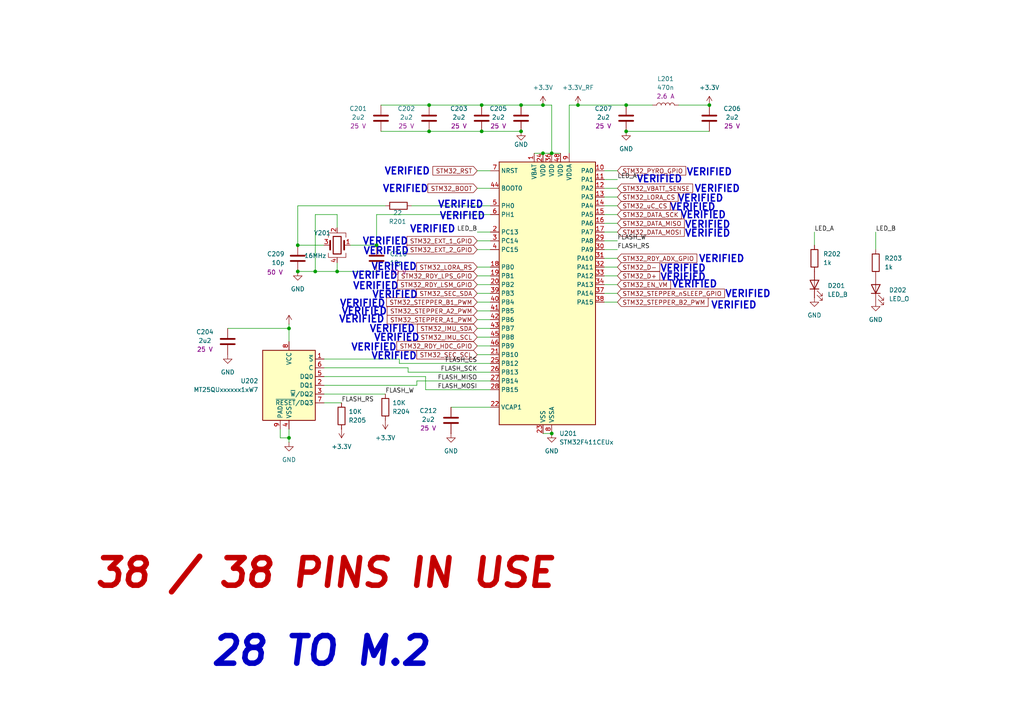
<source format=kicad_sch>
(kicad_sch
	(version 20231120)
	(generator "eeschema")
	(generator_version "8.0")
	(uuid "62480610-9033-4363-ac52-d515fde6620a")
	(paper "A4")
	(lib_symbols
		(symbol "Device:C"
			(pin_numbers hide)
			(pin_names
				(offset 0.254)
			)
			(exclude_from_sim no)
			(in_bom yes)
			(on_board yes)
			(property "Reference" "C"
				(at 0.635 2.54 0)
				(effects
					(font
						(size 1.27 1.27)
					)
					(justify left)
				)
			)
			(property "Value" "C"
				(at 0.635 -2.54 0)
				(effects
					(font
						(size 1.27 1.27)
					)
					(justify left)
				)
			)
			(property "Footprint" ""
				(at 0.9652 -3.81 0)
				(effects
					(font
						(size 1.27 1.27)
					)
					(hide yes)
				)
			)
			(property "Datasheet" "~"
				(at 0 0 0)
				(effects
					(font
						(size 1.27 1.27)
					)
					(hide yes)
				)
			)
			(property "Description" "Unpolarized capacitor"
				(at 0 0 0)
				(effects
					(font
						(size 1.27 1.27)
					)
					(hide yes)
				)
			)
			(property "ki_keywords" "cap capacitor"
				(at 0 0 0)
				(effects
					(font
						(size 1.27 1.27)
					)
					(hide yes)
				)
			)
			(property "ki_fp_filters" "C_*"
				(at 0 0 0)
				(effects
					(font
						(size 1.27 1.27)
					)
					(hide yes)
				)
			)
			(symbol "C_0_1"
				(polyline
					(pts
						(xy -2.032 -0.762) (xy 2.032 -0.762)
					)
					(stroke
						(width 0.508)
						(type default)
					)
					(fill
						(type none)
					)
				)
				(polyline
					(pts
						(xy -2.032 0.762) (xy 2.032 0.762)
					)
					(stroke
						(width 0.508)
						(type default)
					)
					(fill
						(type none)
					)
				)
			)
			(symbol "C_1_1"
				(pin passive line
					(at 0 3.81 270)
					(length 2.794)
					(name "~"
						(effects
							(font
								(size 1.27 1.27)
							)
						)
					)
					(number "1"
						(effects
							(font
								(size 1.27 1.27)
							)
						)
					)
				)
				(pin passive line
					(at 0 -3.81 90)
					(length 2.794)
					(name "~"
						(effects
							(font
								(size 1.27 1.27)
							)
						)
					)
					(number "2"
						(effects
							(font
								(size 1.27 1.27)
							)
						)
					)
				)
			)
		)
		(symbol "Device:Crystal_GND24"
			(pin_names
				(offset 1.016) hide)
			(exclude_from_sim no)
			(in_bom yes)
			(on_board yes)
			(property "Reference" "Y"
				(at 3.175 5.08 0)
				(effects
					(font
						(size 1.27 1.27)
					)
					(justify left)
				)
			)
			(property "Value" "Crystal_GND24"
				(at 3.175 3.175 0)
				(effects
					(font
						(size 1.27 1.27)
					)
					(justify left)
				)
			)
			(property "Footprint" ""
				(at 0 0 0)
				(effects
					(font
						(size 1.27 1.27)
					)
					(hide yes)
				)
			)
			(property "Datasheet" "~"
				(at 0 0 0)
				(effects
					(font
						(size 1.27 1.27)
					)
					(hide yes)
				)
			)
			(property "Description" "Four pin crystal, GND on pins 2 and 4"
				(at 0 0 0)
				(effects
					(font
						(size 1.27 1.27)
					)
					(hide yes)
				)
			)
			(property "ki_keywords" "quartz ceramic resonator oscillator"
				(at 0 0 0)
				(effects
					(font
						(size 1.27 1.27)
					)
					(hide yes)
				)
			)
			(property "ki_fp_filters" "Crystal*"
				(at 0 0 0)
				(effects
					(font
						(size 1.27 1.27)
					)
					(hide yes)
				)
			)
			(symbol "Crystal_GND24_0_1"
				(rectangle
					(start -1.143 2.54)
					(end 1.143 -2.54)
					(stroke
						(width 0.3048)
						(type default)
					)
					(fill
						(type none)
					)
				)
				(polyline
					(pts
						(xy -2.54 0) (xy -2.032 0)
					)
					(stroke
						(width 0)
						(type default)
					)
					(fill
						(type none)
					)
				)
				(polyline
					(pts
						(xy -2.032 -1.27) (xy -2.032 1.27)
					)
					(stroke
						(width 0.508)
						(type default)
					)
					(fill
						(type none)
					)
				)
				(polyline
					(pts
						(xy 0 -3.81) (xy 0 -3.556)
					)
					(stroke
						(width 0)
						(type default)
					)
					(fill
						(type none)
					)
				)
				(polyline
					(pts
						(xy 0 3.556) (xy 0 3.81)
					)
					(stroke
						(width 0)
						(type default)
					)
					(fill
						(type none)
					)
				)
				(polyline
					(pts
						(xy 2.032 -1.27) (xy 2.032 1.27)
					)
					(stroke
						(width 0.508)
						(type default)
					)
					(fill
						(type none)
					)
				)
				(polyline
					(pts
						(xy 2.032 0) (xy 2.54 0)
					)
					(stroke
						(width 0)
						(type default)
					)
					(fill
						(type none)
					)
				)
				(polyline
					(pts
						(xy -2.54 -2.286) (xy -2.54 -3.556) (xy 2.54 -3.556) (xy 2.54 -2.286)
					)
					(stroke
						(width 0)
						(type default)
					)
					(fill
						(type none)
					)
				)
				(polyline
					(pts
						(xy -2.54 2.286) (xy -2.54 3.556) (xy 2.54 3.556) (xy 2.54 2.286)
					)
					(stroke
						(width 0)
						(type default)
					)
					(fill
						(type none)
					)
				)
			)
			(symbol "Crystal_GND24_1_1"
				(pin passive line
					(at -3.81 0 0)
					(length 1.27)
					(name "1"
						(effects
							(font
								(size 1.27 1.27)
							)
						)
					)
					(number "1"
						(effects
							(font
								(size 1.27 1.27)
							)
						)
					)
				)
				(pin passive line
					(at 0 5.08 270)
					(length 1.27)
					(name "2"
						(effects
							(font
								(size 1.27 1.27)
							)
						)
					)
					(number "2"
						(effects
							(font
								(size 1.27 1.27)
							)
						)
					)
				)
				(pin passive line
					(at 3.81 0 180)
					(length 1.27)
					(name "3"
						(effects
							(font
								(size 1.27 1.27)
							)
						)
					)
					(number "3"
						(effects
							(font
								(size 1.27 1.27)
							)
						)
					)
				)
				(pin passive line
					(at 0 -5.08 90)
					(length 1.27)
					(name "4"
						(effects
							(font
								(size 1.27 1.27)
							)
						)
					)
					(number "4"
						(effects
							(font
								(size 1.27 1.27)
							)
						)
					)
				)
			)
		)
		(symbol "Device:L"
			(pin_numbers hide)
			(pin_names
				(offset 1.016) hide)
			(exclude_from_sim no)
			(in_bom yes)
			(on_board yes)
			(property "Reference" "L"
				(at -1.27 0 90)
				(effects
					(font
						(size 1.27 1.27)
					)
				)
			)
			(property "Value" "L"
				(at 1.905 0 90)
				(effects
					(font
						(size 1.27 1.27)
					)
				)
			)
			(property "Footprint" ""
				(at 0 0 0)
				(effects
					(font
						(size 1.27 1.27)
					)
					(hide yes)
				)
			)
			(property "Datasheet" "~"
				(at 0 0 0)
				(effects
					(font
						(size 1.27 1.27)
					)
					(hide yes)
				)
			)
			(property "Description" "Inductor"
				(at 0 0 0)
				(effects
					(font
						(size 1.27 1.27)
					)
					(hide yes)
				)
			)
			(property "ki_keywords" "inductor choke coil reactor magnetic"
				(at 0 0 0)
				(effects
					(font
						(size 1.27 1.27)
					)
					(hide yes)
				)
			)
			(property "ki_fp_filters" "Choke_* *Coil* Inductor_* L_*"
				(at 0 0 0)
				(effects
					(font
						(size 1.27 1.27)
					)
					(hide yes)
				)
			)
			(symbol "L_0_1"
				(arc
					(start 0 -2.54)
					(mid 0.6323 -1.905)
					(end 0 -1.27)
					(stroke
						(width 0)
						(type default)
					)
					(fill
						(type none)
					)
				)
				(arc
					(start 0 -1.27)
					(mid 0.6323 -0.635)
					(end 0 0)
					(stroke
						(width 0)
						(type default)
					)
					(fill
						(type none)
					)
				)
				(arc
					(start 0 0)
					(mid 0.6323 0.635)
					(end 0 1.27)
					(stroke
						(width 0)
						(type default)
					)
					(fill
						(type none)
					)
				)
				(arc
					(start 0 1.27)
					(mid 0.6323 1.905)
					(end 0 2.54)
					(stroke
						(width 0)
						(type default)
					)
					(fill
						(type none)
					)
				)
			)
			(symbol "L_1_1"
				(pin passive line
					(at 0 3.81 270)
					(length 1.27)
					(name "1"
						(effects
							(font
								(size 1.27 1.27)
							)
						)
					)
					(number "1"
						(effects
							(font
								(size 1.27 1.27)
							)
						)
					)
				)
				(pin passive line
					(at 0 -3.81 90)
					(length 1.27)
					(name "2"
						(effects
							(font
								(size 1.27 1.27)
							)
						)
					)
					(number "2"
						(effects
							(font
								(size 1.27 1.27)
							)
						)
					)
				)
			)
		)
		(symbol "Device:LED"
			(pin_numbers hide)
			(pin_names
				(offset 1.016) hide)
			(exclude_from_sim no)
			(in_bom yes)
			(on_board yes)
			(property "Reference" "D"
				(at 0 2.54 0)
				(effects
					(font
						(size 1.27 1.27)
					)
				)
			)
			(property "Value" "LED"
				(at 0 -2.54 0)
				(effects
					(font
						(size 1.27 1.27)
					)
				)
			)
			(property "Footprint" ""
				(at 0 0 0)
				(effects
					(font
						(size 1.27 1.27)
					)
					(hide yes)
				)
			)
			(property "Datasheet" "~"
				(at 0 0 0)
				(effects
					(font
						(size 1.27 1.27)
					)
					(hide yes)
				)
			)
			(property "Description" "Light emitting diode"
				(at 0 0 0)
				(effects
					(font
						(size 1.27 1.27)
					)
					(hide yes)
				)
			)
			(property "ki_keywords" "LED diode"
				(at 0 0 0)
				(effects
					(font
						(size 1.27 1.27)
					)
					(hide yes)
				)
			)
			(property "ki_fp_filters" "LED* LED_SMD:* LED_THT:*"
				(at 0 0 0)
				(effects
					(font
						(size 1.27 1.27)
					)
					(hide yes)
				)
			)
			(symbol "LED_0_1"
				(polyline
					(pts
						(xy -1.27 -1.27) (xy -1.27 1.27)
					)
					(stroke
						(width 0.254)
						(type default)
					)
					(fill
						(type none)
					)
				)
				(polyline
					(pts
						(xy -1.27 0) (xy 1.27 0)
					)
					(stroke
						(width 0)
						(type default)
					)
					(fill
						(type none)
					)
				)
				(polyline
					(pts
						(xy 1.27 -1.27) (xy 1.27 1.27) (xy -1.27 0) (xy 1.27 -1.27)
					)
					(stroke
						(width 0.254)
						(type default)
					)
					(fill
						(type none)
					)
				)
				(polyline
					(pts
						(xy -3.048 -0.762) (xy -4.572 -2.286) (xy -3.81 -2.286) (xy -4.572 -2.286) (xy -4.572 -1.524)
					)
					(stroke
						(width 0)
						(type default)
					)
					(fill
						(type none)
					)
				)
				(polyline
					(pts
						(xy -1.778 -0.762) (xy -3.302 -2.286) (xy -2.54 -2.286) (xy -3.302 -2.286) (xy -3.302 -1.524)
					)
					(stroke
						(width 0)
						(type default)
					)
					(fill
						(type none)
					)
				)
			)
			(symbol "LED_1_1"
				(pin passive line
					(at -3.81 0 0)
					(length 2.54)
					(name "K"
						(effects
							(font
								(size 1.27 1.27)
							)
						)
					)
					(number "1"
						(effects
							(font
								(size 1.27 1.27)
							)
						)
					)
				)
				(pin passive line
					(at 3.81 0 180)
					(length 2.54)
					(name "A"
						(effects
							(font
								(size 1.27 1.27)
							)
						)
					)
					(number "2"
						(effects
							(font
								(size 1.27 1.27)
							)
						)
					)
				)
			)
		)
		(symbol "Device:R"
			(pin_numbers hide)
			(pin_names
				(offset 0)
			)
			(exclude_from_sim no)
			(in_bom yes)
			(on_board yes)
			(property "Reference" "R"
				(at 2.032 0 90)
				(effects
					(font
						(size 1.27 1.27)
					)
				)
			)
			(property "Value" "R"
				(at 0 0 90)
				(effects
					(font
						(size 1.27 1.27)
					)
				)
			)
			(property "Footprint" ""
				(at -1.778 0 90)
				(effects
					(font
						(size 1.27 1.27)
					)
					(hide yes)
				)
			)
			(property "Datasheet" "~"
				(at 0 0 0)
				(effects
					(font
						(size 1.27 1.27)
					)
					(hide yes)
				)
			)
			(property "Description" "Resistor"
				(at 0 0 0)
				(effects
					(font
						(size 1.27 1.27)
					)
					(hide yes)
				)
			)
			(property "ki_keywords" "R res resistor"
				(at 0 0 0)
				(effects
					(font
						(size 1.27 1.27)
					)
					(hide yes)
				)
			)
			(property "ki_fp_filters" "R_*"
				(at 0 0 0)
				(effects
					(font
						(size 1.27 1.27)
					)
					(hide yes)
				)
			)
			(symbol "R_0_1"
				(rectangle
					(start -1.016 -2.54)
					(end 1.016 2.54)
					(stroke
						(width 0.254)
						(type default)
					)
					(fill
						(type none)
					)
				)
			)
			(symbol "R_1_1"
				(pin passive line
					(at 0 3.81 270)
					(length 1.27)
					(name "~"
						(effects
							(font
								(size 1.27 1.27)
							)
						)
					)
					(number "1"
						(effects
							(font
								(size 1.27 1.27)
							)
						)
					)
				)
				(pin passive line
					(at 0 -3.81 90)
					(length 1.27)
					(name "~"
						(effects
							(font
								(size 1.27 1.27)
							)
						)
					)
					(number "2"
						(effects
							(font
								(size 1.27 1.27)
							)
						)
					)
				)
			)
		)
		(symbol "MCU_ST_STM32F4:STM32F411CEUx"
			(exclude_from_sim no)
			(in_bom yes)
			(on_board yes)
			(property "Reference" "U"
				(at -12.7 39.37 0)
				(effects
					(font
						(size 1.27 1.27)
					)
					(justify left)
				)
			)
			(property "Value" "STM32F411CEUx"
				(at 10.16 39.37 0)
				(effects
					(font
						(size 1.27 1.27)
					)
					(justify left)
				)
			)
			(property "Footprint" "Package_DFN_QFN:QFN-48-1EP_7x7mm_P0.5mm_EP5.6x5.6mm"
				(at -12.7 -38.1 0)
				(effects
					(font
						(size 1.27 1.27)
					)
					(justify right)
					(hide yes)
				)
			)
			(property "Datasheet" "https://www.st.com/resource/en/datasheet/stm32f411ce.pdf"
				(at 0 0 0)
				(effects
					(font
						(size 1.27 1.27)
					)
					(hide yes)
				)
			)
			(property "Description" "STMicroelectronics Arm Cortex-M4 MCU, 512KB flash, 128KB RAM, 100 MHz, 1.7-3.6V, 36 GPIO, UFQFPN48"
				(at 0 0 0)
				(effects
					(font
						(size 1.27 1.27)
					)
					(hide yes)
				)
			)
			(property "ki_locked" ""
				(at 0 0 0)
				(effects
					(font
						(size 1.27 1.27)
					)
				)
			)
			(property "ki_keywords" "Arm Cortex-M4 STM32F4 STM32F411"
				(at 0 0 0)
				(effects
					(font
						(size 1.27 1.27)
					)
					(hide yes)
				)
			)
			(property "ki_fp_filters" "QFN*1EP*7x7mm*P0.5mm*"
				(at 0 0 0)
				(effects
					(font
						(size 1.27 1.27)
					)
					(hide yes)
				)
			)
			(symbol "STM32F411CEUx_0_1"
				(rectangle
					(start -12.7 -38.1)
					(end 15.24 38.1)
					(stroke
						(width 0.254)
						(type default)
					)
					(fill
						(type background)
					)
				)
			)
			(symbol "STM32F411CEUx_1_1"
				(pin power_in line
					(at -2.54 40.64 270)
					(length 2.54)
					(name "VBAT"
						(effects
							(font
								(size 1.27 1.27)
							)
						)
					)
					(number "1"
						(effects
							(font
								(size 1.27 1.27)
							)
						)
					)
				)
				(pin bidirectional line
					(at 17.78 35.56 180)
					(length 2.54)
					(name "PA0"
						(effects
							(font
								(size 1.27 1.27)
							)
						)
					)
					(number "10"
						(effects
							(font
								(size 1.27 1.27)
							)
						)
					)
					(alternate "ADC1_IN0" bidirectional line)
					(alternate "SYS_WKUP" bidirectional line)
					(alternate "TIM2_CH1" bidirectional line)
					(alternate "TIM2_ETR" bidirectional line)
					(alternate "TIM5_CH1" bidirectional line)
					(alternate "USART2_CTS" bidirectional line)
				)
				(pin bidirectional line
					(at 17.78 33.02 180)
					(length 2.54)
					(name "PA1"
						(effects
							(font
								(size 1.27 1.27)
							)
						)
					)
					(number "11"
						(effects
							(font
								(size 1.27 1.27)
							)
						)
					)
					(alternate "ADC1_IN1" bidirectional line)
					(alternate "I2S4_SD" bidirectional line)
					(alternate "SPI4_MOSI" bidirectional line)
					(alternate "TIM2_CH2" bidirectional line)
					(alternate "TIM5_CH2" bidirectional line)
					(alternate "USART2_RTS" bidirectional line)
				)
				(pin bidirectional line
					(at 17.78 30.48 180)
					(length 2.54)
					(name "PA2"
						(effects
							(font
								(size 1.27 1.27)
							)
						)
					)
					(number "12"
						(effects
							(font
								(size 1.27 1.27)
							)
						)
					)
					(alternate "ADC1_IN2" bidirectional line)
					(alternate "I2S_CKIN" bidirectional line)
					(alternate "TIM2_CH3" bidirectional line)
					(alternate "TIM5_CH3" bidirectional line)
					(alternate "TIM9_CH1" bidirectional line)
					(alternate "USART2_TX" bidirectional line)
				)
				(pin bidirectional line
					(at 17.78 27.94 180)
					(length 2.54)
					(name "PA3"
						(effects
							(font
								(size 1.27 1.27)
							)
						)
					)
					(number "13"
						(effects
							(font
								(size 1.27 1.27)
							)
						)
					)
					(alternate "ADC1_IN3" bidirectional line)
					(alternate "I2S2_MCK" bidirectional line)
					(alternate "TIM2_CH4" bidirectional line)
					(alternate "TIM5_CH4" bidirectional line)
					(alternate "TIM9_CH2" bidirectional line)
					(alternate "USART2_RX" bidirectional line)
				)
				(pin bidirectional line
					(at 17.78 25.4 180)
					(length 2.54)
					(name "PA4"
						(effects
							(font
								(size 1.27 1.27)
							)
						)
					)
					(number "14"
						(effects
							(font
								(size 1.27 1.27)
							)
						)
					)
					(alternate "ADC1_IN4" bidirectional line)
					(alternate "I2S1_WS" bidirectional line)
					(alternate "I2S3_WS" bidirectional line)
					(alternate "SPI1_NSS" bidirectional line)
					(alternate "SPI3_NSS" bidirectional line)
					(alternate "USART2_CK" bidirectional line)
				)
				(pin bidirectional line
					(at 17.78 22.86 180)
					(length 2.54)
					(name "PA5"
						(effects
							(font
								(size 1.27 1.27)
							)
						)
					)
					(number "15"
						(effects
							(font
								(size 1.27 1.27)
							)
						)
					)
					(alternate "ADC1_IN5" bidirectional line)
					(alternate "I2S1_CK" bidirectional line)
					(alternate "SPI1_SCK" bidirectional line)
					(alternate "TIM2_CH1" bidirectional line)
					(alternate "TIM2_ETR" bidirectional line)
				)
				(pin bidirectional line
					(at 17.78 20.32 180)
					(length 2.54)
					(name "PA6"
						(effects
							(font
								(size 1.27 1.27)
							)
						)
					)
					(number "16"
						(effects
							(font
								(size 1.27 1.27)
							)
						)
					)
					(alternate "ADC1_IN6" bidirectional line)
					(alternate "I2S2_MCK" bidirectional line)
					(alternate "SDIO_CMD" bidirectional line)
					(alternate "SPI1_MISO" bidirectional line)
					(alternate "TIM1_BKIN" bidirectional line)
					(alternate "TIM3_CH1" bidirectional line)
				)
				(pin bidirectional line
					(at 17.78 17.78 180)
					(length 2.54)
					(name "PA7"
						(effects
							(font
								(size 1.27 1.27)
							)
						)
					)
					(number "17"
						(effects
							(font
								(size 1.27 1.27)
							)
						)
					)
					(alternate "ADC1_IN7" bidirectional line)
					(alternate "I2S1_SD" bidirectional line)
					(alternate "SPI1_MOSI" bidirectional line)
					(alternate "TIM1_CH1N" bidirectional line)
					(alternate "TIM3_CH2" bidirectional line)
				)
				(pin bidirectional line
					(at -15.24 7.62 0)
					(length 2.54)
					(name "PB0"
						(effects
							(font
								(size 1.27 1.27)
							)
						)
					)
					(number "18"
						(effects
							(font
								(size 1.27 1.27)
							)
						)
					)
					(alternate "ADC1_IN8" bidirectional line)
					(alternate "I2S5_CK" bidirectional line)
					(alternate "SPI5_SCK" bidirectional line)
					(alternate "TIM1_CH2N" bidirectional line)
					(alternate "TIM3_CH3" bidirectional line)
				)
				(pin bidirectional line
					(at -15.24 5.08 0)
					(length 2.54)
					(name "PB1"
						(effects
							(font
								(size 1.27 1.27)
							)
						)
					)
					(number "19"
						(effects
							(font
								(size 1.27 1.27)
							)
						)
					)
					(alternate "ADC1_IN9" bidirectional line)
					(alternate "I2S5_WS" bidirectional line)
					(alternate "SPI5_NSS" bidirectional line)
					(alternate "TIM1_CH3N" bidirectional line)
					(alternate "TIM3_CH4" bidirectional line)
				)
				(pin bidirectional line
					(at -15.24 17.78 0)
					(length 2.54)
					(name "PC13"
						(effects
							(font
								(size 1.27 1.27)
							)
						)
					)
					(number "2"
						(effects
							(font
								(size 1.27 1.27)
							)
						)
					)
					(alternate "RTC_AF1" bidirectional line)
				)
				(pin bidirectional line
					(at -15.24 2.54 0)
					(length 2.54)
					(name "PB2"
						(effects
							(font
								(size 1.27 1.27)
							)
						)
					)
					(number "20"
						(effects
							(font
								(size 1.27 1.27)
							)
						)
					)
				)
				(pin bidirectional line
					(at -15.24 -17.78 0)
					(length 2.54)
					(name "PB10"
						(effects
							(font
								(size 1.27 1.27)
							)
						)
					)
					(number "21"
						(effects
							(font
								(size 1.27 1.27)
							)
						)
					)
					(alternate "I2C2_SCL" bidirectional line)
					(alternate "I2S2_CK" bidirectional line)
					(alternate "I2S3_MCK" bidirectional line)
					(alternate "SDIO_D7" bidirectional line)
					(alternate "SPI2_SCK" bidirectional line)
					(alternate "TIM2_CH3" bidirectional line)
				)
				(pin power_out line
					(at -15.24 -33.02 0)
					(length 2.54)
					(name "VCAP1"
						(effects
							(font
								(size 1.27 1.27)
							)
						)
					)
					(number "22"
						(effects
							(font
								(size 1.27 1.27)
							)
						)
					)
				)
				(pin power_in line
					(at 0 -40.64 90)
					(length 2.54)
					(name "VSS"
						(effects
							(font
								(size 1.27 1.27)
							)
						)
					)
					(number "23"
						(effects
							(font
								(size 1.27 1.27)
							)
						)
					)
				)
				(pin power_in line
					(at 0 40.64 270)
					(length 2.54)
					(name "VDD"
						(effects
							(font
								(size 1.27 1.27)
							)
						)
					)
					(number "24"
						(effects
							(font
								(size 1.27 1.27)
							)
						)
					)
				)
				(pin bidirectional line
					(at -15.24 -20.32 0)
					(length 2.54)
					(name "PB12"
						(effects
							(font
								(size 1.27 1.27)
							)
						)
					)
					(number "25"
						(effects
							(font
								(size 1.27 1.27)
							)
						)
					)
					(alternate "I2C2_SMBA" bidirectional line)
					(alternate "I2S2_WS" bidirectional line)
					(alternate "I2S3_CK" bidirectional line)
					(alternate "I2S4_WS" bidirectional line)
					(alternate "SPI2_NSS" bidirectional line)
					(alternate "SPI3_SCK" bidirectional line)
					(alternate "SPI4_NSS" bidirectional line)
					(alternate "TIM1_BKIN" bidirectional line)
				)
				(pin bidirectional line
					(at -15.24 -22.86 0)
					(length 2.54)
					(name "PB13"
						(effects
							(font
								(size 1.27 1.27)
							)
						)
					)
					(number "26"
						(effects
							(font
								(size 1.27 1.27)
							)
						)
					)
					(alternate "I2S2_CK" bidirectional line)
					(alternate "I2S4_CK" bidirectional line)
					(alternate "SPI2_SCK" bidirectional line)
					(alternate "SPI4_SCK" bidirectional line)
					(alternate "TIM1_CH1N" bidirectional line)
				)
				(pin bidirectional line
					(at -15.24 -25.4 0)
					(length 2.54)
					(name "PB14"
						(effects
							(font
								(size 1.27 1.27)
							)
						)
					)
					(number "27"
						(effects
							(font
								(size 1.27 1.27)
							)
						)
					)
					(alternate "I2S2_ext_SD" bidirectional line)
					(alternate "SDIO_D6" bidirectional line)
					(alternate "SPI2_MISO" bidirectional line)
					(alternate "TIM1_CH2N" bidirectional line)
				)
				(pin bidirectional line
					(at -15.24 -27.94 0)
					(length 2.54)
					(name "PB15"
						(effects
							(font
								(size 1.27 1.27)
							)
						)
					)
					(number "28"
						(effects
							(font
								(size 1.27 1.27)
							)
						)
					)
					(alternate "ADC1_EXTI15" bidirectional line)
					(alternate "I2S2_SD" bidirectional line)
					(alternate "RTC_REFIN" bidirectional line)
					(alternate "SDIO_CK" bidirectional line)
					(alternate "SPI2_MOSI" bidirectional line)
					(alternate "TIM1_CH3N" bidirectional line)
				)
				(pin bidirectional line
					(at 17.78 15.24 180)
					(length 2.54)
					(name "PA8"
						(effects
							(font
								(size 1.27 1.27)
							)
						)
					)
					(number "29"
						(effects
							(font
								(size 1.27 1.27)
							)
						)
					)
					(alternate "I2C3_SCL" bidirectional line)
					(alternate "RCC_MCO_1" bidirectional line)
					(alternate "SDIO_D1" bidirectional line)
					(alternate "TIM1_CH1" bidirectional line)
					(alternate "USART1_CK" bidirectional line)
					(alternate "USB_OTG_FS_SOF" bidirectional line)
				)
				(pin bidirectional line
					(at -15.24 15.24 0)
					(length 2.54)
					(name "PC14"
						(effects
							(font
								(size 1.27 1.27)
							)
						)
					)
					(number "3"
						(effects
							(font
								(size 1.27 1.27)
							)
						)
					)
					(alternate "RCC_OSC32_IN" bidirectional line)
				)
				(pin bidirectional line
					(at 17.78 12.7 180)
					(length 2.54)
					(name "PA9"
						(effects
							(font
								(size 1.27 1.27)
							)
						)
					)
					(number "30"
						(effects
							(font
								(size 1.27 1.27)
							)
						)
					)
					(alternate "I2C3_SMBA" bidirectional line)
					(alternate "SDIO_D2" bidirectional line)
					(alternate "TIM1_CH2" bidirectional line)
					(alternate "USART1_TX" bidirectional line)
					(alternate "USB_OTG_FS_VBUS" bidirectional line)
				)
				(pin bidirectional line
					(at 17.78 10.16 180)
					(length 2.54)
					(name "PA10"
						(effects
							(font
								(size 1.27 1.27)
							)
						)
					)
					(number "31"
						(effects
							(font
								(size 1.27 1.27)
							)
						)
					)
					(alternate "I2S5_SD" bidirectional line)
					(alternate "SPI5_MOSI" bidirectional line)
					(alternate "TIM1_CH3" bidirectional line)
					(alternate "USART1_RX" bidirectional line)
					(alternate "USB_OTG_FS_ID" bidirectional line)
				)
				(pin bidirectional line
					(at 17.78 7.62 180)
					(length 2.54)
					(name "PA11"
						(effects
							(font
								(size 1.27 1.27)
							)
						)
					)
					(number "32"
						(effects
							(font
								(size 1.27 1.27)
							)
						)
					)
					(alternate "ADC1_EXTI11" bidirectional line)
					(alternate "SPI4_MISO" bidirectional line)
					(alternate "TIM1_CH4" bidirectional line)
					(alternate "USART1_CTS" bidirectional line)
					(alternate "USART6_TX" bidirectional line)
					(alternate "USB_OTG_FS_DM" bidirectional line)
				)
				(pin bidirectional line
					(at 17.78 5.08 180)
					(length 2.54)
					(name "PA12"
						(effects
							(font
								(size 1.27 1.27)
							)
						)
					)
					(number "33"
						(effects
							(font
								(size 1.27 1.27)
							)
						)
					)
					(alternate "SPI5_MISO" bidirectional line)
					(alternate "TIM1_ETR" bidirectional line)
					(alternate "USART1_RTS" bidirectional line)
					(alternate "USART6_RX" bidirectional line)
					(alternate "USB_OTG_FS_DP" bidirectional line)
				)
				(pin bidirectional line
					(at 17.78 2.54 180)
					(length 2.54)
					(name "PA13"
						(effects
							(font
								(size 1.27 1.27)
							)
						)
					)
					(number "34"
						(effects
							(font
								(size 1.27 1.27)
							)
						)
					)
					(alternate "SYS_JTMS-SWDIO" bidirectional line)
				)
				(pin passive line
					(at 0 -40.64 90)
					(length 2.54) hide
					(name "VSS"
						(effects
							(font
								(size 1.27 1.27)
							)
						)
					)
					(number "35"
						(effects
							(font
								(size 1.27 1.27)
							)
						)
					)
				)
				(pin power_in line
					(at 2.54 40.64 270)
					(length 2.54)
					(name "VDD"
						(effects
							(font
								(size 1.27 1.27)
							)
						)
					)
					(number "36"
						(effects
							(font
								(size 1.27 1.27)
							)
						)
					)
				)
				(pin bidirectional line
					(at 17.78 0 180)
					(length 2.54)
					(name "PA14"
						(effects
							(font
								(size 1.27 1.27)
							)
						)
					)
					(number "37"
						(effects
							(font
								(size 1.27 1.27)
							)
						)
					)
					(alternate "SYS_JTCK-SWCLK" bidirectional line)
				)
				(pin bidirectional line
					(at 17.78 -2.54 180)
					(length 2.54)
					(name "PA15"
						(effects
							(font
								(size 1.27 1.27)
							)
						)
					)
					(number "38"
						(effects
							(font
								(size 1.27 1.27)
							)
						)
					)
					(alternate "ADC1_EXTI15" bidirectional line)
					(alternate "I2S1_WS" bidirectional line)
					(alternate "I2S3_WS" bidirectional line)
					(alternate "SPI1_NSS" bidirectional line)
					(alternate "SPI3_NSS" bidirectional line)
					(alternate "SYS_JTDI" bidirectional line)
					(alternate "TIM2_CH1" bidirectional line)
					(alternate "TIM2_ETR" bidirectional line)
					(alternate "USART1_TX" bidirectional line)
				)
				(pin bidirectional line
					(at -15.24 0 0)
					(length 2.54)
					(name "PB3"
						(effects
							(font
								(size 1.27 1.27)
							)
						)
					)
					(number "39"
						(effects
							(font
								(size 1.27 1.27)
							)
						)
					)
					(alternate "I2C2_SDA" bidirectional line)
					(alternate "I2S1_CK" bidirectional line)
					(alternate "I2S3_CK" bidirectional line)
					(alternate "SPI1_SCK" bidirectional line)
					(alternate "SPI3_SCK" bidirectional line)
					(alternate "SYS_JTDO-SWO" bidirectional line)
					(alternate "TIM2_CH2" bidirectional line)
					(alternate "USART1_RX" bidirectional line)
				)
				(pin bidirectional line
					(at -15.24 12.7 0)
					(length 2.54)
					(name "PC15"
						(effects
							(font
								(size 1.27 1.27)
							)
						)
					)
					(number "4"
						(effects
							(font
								(size 1.27 1.27)
							)
						)
					)
					(alternate "ADC1_EXTI15" bidirectional line)
					(alternate "RCC_OSC32_OUT" bidirectional line)
				)
				(pin bidirectional line
					(at -15.24 -2.54 0)
					(length 2.54)
					(name "PB4"
						(effects
							(font
								(size 1.27 1.27)
							)
						)
					)
					(number "40"
						(effects
							(font
								(size 1.27 1.27)
							)
						)
					)
					(alternate "I2C3_SDA" bidirectional line)
					(alternate "I2S3_ext_SD" bidirectional line)
					(alternate "SDIO_D0" bidirectional line)
					(alternate "SPI1_MISO" bidirectional line)
					(alternate "SPI3_MISO" bidirectional line)
					(alternate "SYS_JTRST" bidirectional line)
					(alternate "TIM3_CH1" bidirectional line)
				)
				(pin bidirectional line
					(at -15.24 -5.08 0)
					(length 2.54)
					(name "PB5"
						(effects
							(font
								(size 1.27 1.27)
							)
						)
					)
					(number "41"
						(effects
							(font
								(size 1.27 1.27)
							)
						)
					)
					(alternate "I2C1_SMBA" bidirectional line)
					(alternate "I2S1_SD" bidirectional line)
					(alternate "I2S3_SD" bidirectional line)
					(alternate "SDIO_D3" bidirectional line)
					(alternate "SPI1_MOSI" bidirectional line)
					(alternate "SPI3_MOSI" bidirectional line)
					(alternate "TIM3_CH2" bidirectional line)
				)
				(pin bidirectional line
					(at -15.24 -7.62 0)
					(length 2.54)
					(name "PB6"
						(effects
							(font
								(size 1.27 1.27)
							)
						)
					)
					(number "42"
						(effects
							(font
								(size 1.27 1.27)
							)
						)
					)
					(alternate "I2C1_SCL" bidirectional line)
					(alternate "TIM4_CH1" bidirectional line)
					(alternate "USART1_TX" bidirectional line)
				)
				(pin bidirectional line
					(at -15.24 -10.16 0)
					(length 2.54)
					(name "PB7"
						(effects
							(font
								(size 1.27 1.27)
							)
						)
					)
					(number "43"
						(effects
							(font
								(size 1.27 1.27)
							)
						)
					)
					(alternate "I2C1_SDA" bidirectional line)
					(alternate "SDIO_D0" bidirectional line)
					(alternate "TIM4_CH2" bidirectional line)
					(alternate "USART1_RX" bidirectional line)
				)
				(pin input line
					(at -15.24 30.48 0)
					(length 2.54)
					(name "BOOT0"
						(effects
							(font
								(size 1.27 1.27)
							)
						)
					)
					(number "44"
						(effects
							(font
								(size 1.27 1.27)
							)
						)
					)
				)
				(pin bidirectional line
					(at -15.24 -12.7 0)
					(length 2.54)
					(name "PB8"
						(effects
							(font
								(size 1.27 1.27)
							)
						)
					)
					(number "45"
						(effects
							(font
								(size 1.27 1.27)
							)
						)
					)
					(alternate "I2C1_SCL" bidirectional line)
					(alternate "I2C3_SDA" bidirectional line)
					(alternate "I2S5_SD" bidirectional line)
					(alternate "SDIO_D4" bidirectional line)
					(alternate "SPI5_MOSI" bidirectional line)
					(alternate "TIM10_CH1" bidirectional line)
					(alternate "TIM4_CH3" bidirectional line)
				)
				(pin bidirectional line
					(at -15.24 -15.24 0)
					(length 2.54)
					(name "PB9"
						(effects
							(font
								(size 1.27 1.27)
							)
						)
					)
					(number "46"
						(effects
							(font
								(size 1.27 1.27)
							)
						)
					)
					(alternate "I2C1_SDA" bidirectional line)
					(alternate "I2C2_SDA" bidirectional line)
					(alternate "I2S2_WS" bidirectional line)
					(alternate "SDIO_D5" bidirectional line)
					(alternate "SPI2_NSS" bidirectional line)
					(alternate "TIM11_CH1" bidirectional line)
					(alternate "TIM4_CH4" bidirectional line)
				)
				(pin passive line
					(at 0 -40.64 90)
					(length 2.54) hide
					(name "VSS"
						(effects
							(font
								(size 1.27 1.27)
							)
						)
					)
					(number "47"
						(effects
							(font
								(size 1.27 1.27)
							)
						)
					)
				)
				(pin power_in line
					(at 5.08 40.64 270)
					(length 2.54)
					(name "VDD"
						(effects
							(font
								(size 1.27 1.27)
							)
						)
					)
					(number "48"
						(effects
							(font
								(size 1.27 1.27)
							)
						)
					)
				)
				(pin passive line
					(at 0 -40.64 90)
					(length 2.54) hide
					(name "VSS"
						(effects
							(font
								(size 1.27 1.27)
							)
						)
					)
					(number "49"
						(effects
							(font
								(size 1.27 1.27)
							)
						)
					)
				)
				(pin bidirectional line
					(at -15.24 25.4 0)
					(length 2.54)
					(name "PH0"
						(effects
							(font
								(size 1.27 1.27)
							)
						)
					)
					(number "5"
						(effects
							(font
								(size 1.27 1.27)
							)
						)
					)
					(alternate "RCC_OSC_IN" bidirectional line)
				)
				(pin bidirectional line
					(at -15.24 22.86 0)
					(length 2.54)
					(name "PH1"
						(effects
							(font
								(size 1.27 1.27)
							)
						)
					)
					(number "6"
						(effects
							(font
								(size 1.27 1.27)
							)
						)
					)
					(alternate "RCC_OSC_OUT" bidirectional line)
				)
				(pin input line
					(at -15.24 35.56 0)
					(length 2.54)
					(name "NRST"
						(effects
							(font
								(size 1.27 1.27)
							)
						)
					)
					(number "7"
						(effects
							(font
								(size 1.27 1.27)
							)
						)
					)
				)
				(pin power_in line
					(at 2.54 -40.64 90)
					(length 2.54)
					(name "VSSA"
						(effects
							(font
								(size 1.27 1.27)
							)
						)
					)
					(number "8"
						(effects
							(font
								(size 1.27 1.27)
							)
						)
					)
				)
				(pin power_in line
					(at 7.62 40.64 270)
					(length 2.54)
					(name "VDDA"
						(effects
							(font
								(size 1.27 1.27)
							)
						)
					)
					(number "9"
						(effects
							(font
								(size 1.27 1.27)
							)
						)
					)
				)
			)
		)
		(symbol "Memory_Flash:MT25QUxxxxxx1xW7"
			(exclude_from_sim no)
			(in_bom yes)
			(on_board yes)
			(property "Reference" "U"
				(at -10.16 10.16 0)
				(effects
					(font
						(size 1.27 1.27)
					)
				)
			)
			(property "Value" "MT25QUxxxxxx1xW7"
				(at 8.89 11.43 0)
				(effects
					(font
						(size 1.27 1.27)
					)
				)
			)
			(property "Footprint" "Package_DFN_QFN:W-PDFN-8-1EP_6x5mm_P1.27mm_EP3x3mm"
				(at 20.32 2.54 0)
				(effects
					(font
						(size 1.27 1.27)
					)
					(hide yes)
				)
			)
			(property "Datasheet" "https://media-www.micron.com/-/media/client/global/documents/products/data-sheet/nor-flash/serial-nor/mt25q/die-rev-a/mt25q_qljs_u_256_aba_0.pdf"
				(at 0 17.78 0)
				(effects
					(font
						(size 1.27 1.27)
					)
					(hide yes)
				)
			)
			(property "Description" "Micron 128M/256M/512M/1G/2Gbit, 1.8V Multiple I/O Serial NOR Flash Memory, W-PDFN-8"
				(at 0 0 0)
				(effects
					(font
						(size 1.27 1.27)
					)
					(hide yes)
				)
			)
			(property "ki_keywords" "Flash SPI DSPI QSPI 128Mbit 256Mbit 512Mbit 1Gbit 2Gbit 1.8V"
				(at 0 0 0)
				(effects
					(font
						(size 1.27 1.27)
					)
					(hide yes)
				)
			)
			(property "ki_fp_filters" "*DFN*6x5mm*P1.27mm*EP3x3mm*"
				(at 0 0 0)
				(effects
					(font
						(size 1.27 1.27)
					)
					(hide yes)
				)
			)
			(symbol "MT25QUxxxxxx1xW7_0_1"
				(rectangle
					(start -7.62 10.16)
					(end 7.62 -10.16)
					(stroke
						(width 0.254)
						(type default)
					)
					(fill
						(type background)
					)
				)
			)
			(symbol "MT25QUxxxxxx1xW7_1_1"
				(pin input line
					(at -10.16 7.62 0)
					(length 2.54)
					(name "~{S}"
						(effects
							(font
								(size 1.27 1.27)
							)
						)
					)
					(number "1"
						(effects
							(font
								(size 1.27 1.27)
							)
						)
					)
				)
				(pin bidirectional line
					(at -10.16 0 0)
					(length 2.54)
					(name "DQ1"
						(effects
							(font
								(size 1.27 1.27)
							)
						)
					)
					(number "2"
						(effects
							(font
								(size 1.27 1.27)
							)
						)
					)
				)
				(pin input line
					(at -10.16 -2.54 0)
					(length 2.54)
					(name "~{W}/DQ2"
						(effects
							(font
								(size 1.27 1.27)
							)
						)
					)
					(number "3"
						(effects
							(font
								(size 1.27 1.27)
							)
						)
					)
				)
				(pin power_in line
					(at 0 -12.7 90)
					(length 2.54)
					(name "VSS"
						(effects
							(font
								(size 1.27 1.27)
							)
						)
					)
					(number "4"
						(effects
							(font
								(size 1.27 1.27)
							)
						)
					)
				)
				(pin bidirectional line
					(at -10.16 2.54 0)
					(length 2.54)
					(name "DQ0"
						(effects
							(font
								(size 1.27 1.27)
							)
						)
					)
					(number "5"
						(effects
							(font
								(size 1.27 1.27)
							)
						)
					)
				)
				(pin input line
					(at -10.16 5.08 0)
					(length 2.54)
					(name "C"
						(effects
							(font
								(size 1.27 1.27)
							)
						)
					)
					(number "6"
						(effects
							(font
								(size 1.27 1.27)
							)
						)
					)
				)
				(pin input line
					(at -10.16 -5.08 0)
					(length 2.54)
					(name "~{RESET}/DQ3"
						(effects
							(font
								(size 1.27 1.27)
							)
						)
					)
					(number "7"
						(effects
							(font
								(size 1.27 1.27)
							)
						)
					)
				)
				(pin power_in line
					(at 0 12.7 270)
					(length 2.54)
					(name "VCC"
						(effects
							(font
								(size 1.27 1.27)
							)
						)
					)
					(number "8"
						(effects
							(font
								(size 1.27 1.27)
							)
						)
					)
				)
				(pin power_in line
					(at 2.54 -12.7 90)
					(length 2.54)
					(name "PAD"
						(effects
							(font
								(size 1.27 1.27)
							)
						)
					)
					(number "9"
						(effects
							(font
								(size 1.27 1.27)
							)
						)
					)
				)
			)
		)
		(symbol "power:+3.3V"
			(power)
			(pin_numbers hide)
			(pin_names
				(offset 0) hide)
			(exclude_from_sim no)
			(in_bom yes)
			(on_board yes)
			(property "Reference" "#PWR"
				(at 0 -3.81 0)
				(effects
					(font
						(size 1.27 1.27)
					)
					(hide yes)
				)
			)
			(property "Value" "+3.3V"
				(at 0 3.556 0)
				(effects
					(font
						(size 1.27 1.27)
					)
				)
			)
			(property "Footprint" ""
				(at 0 0 0)
				(effects
					(font
						(size 1.27 1.27)
					)
					(hide yes)
				)
			)
			(property "Datasheet" ""
				(at 0 0 0)
				(effects
					(font
						(size 1.27 1.27)
					)
					(hide yes)
				)
			)
			(property "Description" "Power symbol creates a global label with name \"+3.3V\""
				(at 0 0 0)
				(effects
					(font
						(size 1.27 1.27)
					)
					(hide yes)
				)
			)
			(property "ki_keywords" "global power"
				(at 0 0 0)
				(effects
					(font
						(size 1.27 1.27)
					)
					(hide yes)
				)
			)
			(symbol "+3.3V_0_1"
				(polyline
					(pts
						(xy -0.762 1.27) (xy 0 2.54)
					)
					(stroke
						(width 0)
						(type default)
					)
					(fill
						(type none)
					)
				)
				(polyline
					(pts
						(xy 0 0) (xy 0 2.54)
					)
					(stroke
						(width 0)
						(type default)
					)
					(fill
						(type none)
					)
				)
				(polyline
					(pts
						(xy 0 2.54) (xy 0.762 1.27)
					)
					(stroke
						(width 0)
						(type default)
					)
					(fill
						(type none)
					)
				)
			)
			(symbol "+3.3V_1_1"
				(pin power_in line
					(at 0 0 90)
					(length 0)
					(name "~"
						(effects
							(font
								(size 1.27 1.27)
							)
						)
					)
					(number "1"
						(effects
							(font
								(size 1.27 1.27)
							)
						)
					)
				)
			)
		)
		(symbol "power:GND"
			(power)
			(pin_numbers hide)
			(pin_names
				(offset 0) hide)
			(exclude_from_sim no)
			(in_bom yes)
			(on_board yes)
			(property "Reference" "#PWR"
				(at 0 -6.35 0)
				(effects
					(font
						(size 1.27 1.27)
					)
					(hide yes)
				)
			)
			(property "Value" "GND"
				(at 0 -3.81 0)
				(effects
					(font
						(size 1.27 1.27)
					)
				)
			)
			(property "Footprint" ""
				(at 0 0 0)
				(effects
					(font
						(size 1.27 1.27)
					)
					(hide yes)
				)
			)
			(property "Datasheet" ""
				(at 0 0 0)
				(effects
					(font
						(size 1.27 1.27)
					)
					(hide yes)
				)
			)
			(property "Description" "Power symbol creates a global label with name \"GND\" , ground"
				(at 0 0 0)
				(effects
					(font
						(size 1.27 1.27)
					)
					(hide yes)
				)
			)
			(property "ki_keywords" "global power"
				(at 0 0 0)
				(effects
					(font
						(size 1.27 1.27)
					)
					(hide yes)
				)
			)
			(symbol "GND_0_1"
				(polyline
					(pts
						(xy 0 0) (xy 0 -1.27) (xy 1.27 -1.27) (xy 0 -2.54) (xy -1.27 -1.27) (xy 0 -1.27)
					)
					(stroke
						(width 0)
						(type default)
					)
					(fill
						(type none)
					)
				)
			)
			(symbol "GND_1_1"
				(pin power_in line
					(at 0 0 270)
					(length 0)
					(name "~"
						(effects
							(font
								(size 1.27 1.27)
							)
						)
					)
					(number "1"
						(effects
							(font
								(size 1.27 1.27)
							)
						)
					)
				)
			)
		)
	)
	(junction
		(at 205.74 30.48)
		(diameter 0)
		(color 0 0 0 0)
		(uuid "0867b7c9-ebfe-422d-8754-5c9d3656cd47")
	)
	(junction
		(at 157.48 44.45)
		(diameter 0)
		(color 0 0 0 0)
		(uuid "0a0fb586-a3d2-40b9-925c-903aef09139d")
	)
	(junction
		(at 139.7 30.48)
		(diameter 0)
		(color 0 0 0 0)
		(uuid "1720cd38-0b8f-47b9-8bf2-85bb564239fe")
	)
	(junction
		(at 83.82 127)
		(diameter 0)
		(color 0 0 0 0)
		(uuid "464185ca-7fba-45d8-b951-dd692c9eb25f")
	)
	(junction
		(at 181.61 38.1)
		(diameter 0)
		(color 0 0 0 0)
		(uuid "50cc4f9c-3af8-441b-9aa5-cf1761c16842")
	)
	(junction
		(at 160.02 44.45)
		(diameter 0)
		(color 0 0 0 0)
		(uuid "51587f79-f479-4e9d-a996-183b8188c117")
	)
	(junction
		(at 151.13 30.48)
		(diameter 0)
		(color 0 0 0 0)
		(uuid "52eeeb6d-fcf4-42cc-b829-1c1b9fdaf633")
	)
	(junction
		(at 124.46 38.1)
		(diameter 0)
		(color 0 0 0 0)
		(uuid "6062a6bb-d373-4a5b-b6db-23b80ef580fc")
	)
	(junction
		(at 181.61 30.48)
		(diameter 0)
		(color 0 0 0 0)
		(uuid "62be2dff-1791-4030-b8a0-51f26776083a")
	)
	(junction
		(at 97.79 78.74)
		(diameter 0)
		(color 0 0 0 0)
		(uuid "76e13c72-eab0-4660-a032-2edee274c26d")
	)
	(junction
		(at 151.13 38.1)
		(diameter 0)
		(color 0 0 0 0)
		(uuid "808872e7-0b49-4dc6-89df-a7ad5cbae4a8")
	)
	(junction
		(at 91.44 78.74)
		(diameter 0)
		(color 0 0 0 0)
		(uuid "8a0aa9ce-f093-4ef7-bed7-ff521d831ad1")
	)
	(junction
		(at 86.36 71.12)
		(diameter 0)
		(color 0 0 0 0)
		(uuid "8d0b0aea-28a2-4cbb-a12d-94f1e911287e")
	)
	(junction
		(at 157.48 30.48)
		(diameter 0)
		(color 0 0 0 0)
		(uuid "a5a53a88-eec7-4bf8-97a3-560d34ff30b9")
	)
	(junction
		(at 83.82 95.25)
		(diameter 0)
		(color 0 0 0 0)
		(uuid "df5f0bcb-31ca-4f14-8f10-963d3f3a802d")
	)
	(junction
		(at 167.64 30.48)
		(diameter 0)
		(color 0 0 0 0)
		(uuid "e2126df3-9231-4b06-bd0e-addae15aa1d4")
	)
	(junction
		(at 124.46 30.48)
		(diameter 0)
		(color 0 0 0 0)
		(uuid "ed562d23-188e-45a4-b3a1-db36776053c7")
	)
	(junction
		(at 160.02 125.73)
		(diameter 0)
		(color 0 0 0 0)
		(uuid "f116e56d-bd85-4079-bef8-e331e31af99b")
	)
	(junction
		(at 109.22 71.12)
		(diameter 0)
		(color 0 0 0 0)
		(uuid "f16e8d6f-4a92-433c-8a70-2269434b78c3")
	)
	(junction
		(at 139.7 38.1)
		(diameter 0)
		(color 0 0 0 0)
		(uuid "f5cc47bc-9ae1-484e-a48f-da453aee6c2a")
	)
	(junction
		(at 86.36 78.74)
		(diameter 0)
		(color 0 0 0 0)
		(uuid "fef34f29-d1df-47f3-927a-58432c56c697")
	)
	(wire
		(pts
			(xy 93.98 114.3) (xy 111.76 114.3)
		)
		(stroke
			(width 0)
			(type default)
		)
		(uuid "00c094bb-5380-4969-a62b-ffe9e0e8ac35")
	)
	(wire
		(pts
			(xy 175.26 57.15) (xy 179.07 57.15)
		)
		(stroke
			(width 0)
			(type default)
		)
		(uuid "02704c4d-25ee-4755-9224-80a8a3fd800b")
	)
	(wire
		(pts
			(xy 109.22 71.12) (xy 109.22 62.23)
		)
		(stroke
			(width 0)
			(type default)
		)
		(uuid "05e273f6-a510-48d2-ab3d-430f4bfe69a7")
	)
	(wire
		(pts
			(xy 138.43 102.87) (xy 142.24 102.87)
		)
		(stroke
			(width 0)
			(type default)
		)
		(uuid "05fd5fba-f33f-41d4-87fb-7bf6f55b9af0")
	)
	(wire
		(pts
			(xy 138.43 100.33) (xy 142.24 100.33)
		)
		(stroke
			(width 0)
			(type default)
		)
		(uuid "07054970-9f7b-4fae-8da4-9390fff86375")
	)
	(wire
		(pts
			(xy 196.85 30.48) (xy 205.74 30.48)
		)
		(stroke
			(width 0)
			(type default)
		)
		(uuid "0b93da83-1448-4553-9a56-ab0c0e0d3370")
	)
	(wire
		(pts
			(xy 175.26 54.61) (xy 179.07 54.61)
		)
		(stroke
			(width 0)
			(type default)
		)
		(uuid "0f9b26c0-3506-46f1-97be-793548ba00e6")
	)
	(wire
		(pts
			(xy 139.7 38.1) (xy 151.13 38.1)
		)
		(stroke
			(width 0)
			(type default)
		)
		(uuid "10a130b1-5549-433c-ae74-e4c5815ca93a")
	)
	(wire
		(pts
			(xy 175.26 69.85) (xy 179.07 69.85)
		)
		(stroke
			(width 0)
			(type default)
		)
		(uuid "12a5c9f5-0b72-4d6a-b103-ef09cedb087c")
	)
	(wire
		(pts
			(xy 83.82 127) (xy 83.82 128.27)
		)
		(stroke
			(width 0)
			(type default)
		)
		(uuid "14cdef70-f5ac-4aab-82a4-2d9410262e5c")
	)
	(wire
		(pts
			(xy 124.46 38.1) (xy 139.7 38.1)
		)
		(stroke
			(width 0)
			(type default)
		)
		(uuid "19c00dc5-bacf-44d7-983b-a3d916adf9ba")
	)
	(wire
		(pts
			(xy 86.36 71.12) (xy 86.36 59.69)
		)
		(stroke
			(width 0)
			(type default)
		)
		(uuid "1bd96619-6276-45fa-a950-74d17521a313")
	)
	(wire
		(pts
			(xy 139.7 30.48) (xy 151.13 30.48)
		)
		(stroke
			(width 0)
			(type default)
		)
		(uuid "1cc5f907-afcf-4b40-80d4-dba99ee3b935")
	)
	(wire
		(pts
			(xy 93.98 116.84) (xy 99.06 116.84)
		)
		(stroke
			(width 0)
			(type default)
		)
		(uuid "20425321-24ef-49f0-a191-b9433a94c0a8")
	)
	(wire
		(pts
			(xy 138.43 49.53) (xy 142.24 49.53)
		)
		(stroke
			(width 0)
			(type default)
		)
		(uuid "20d51315-a32b-4755-ae2e-c8908dcfcf7e")
	)
	(wire
		(pts
			(xy 97.79 78.74) (xy 109.22 78.74)
		)
		(stroke
			(width 0)
			(type default)
		)
		(uuid "21174c46-7472-408a-a677-5ba6c96d9b9f")
	)
	(wire
		(pts
			(xy 138.43 54.61) (xy 142.24 54.61)
		)
		(stroke
			(width 0)
			(type default)
		)
		(uuid "227b7b37-e65c-40f5-a124-4ecff6574389")
	)
	(wire
		(pts
			(xy 97.79 76.2) (xy 97.79 78.74)
		)
		(stroke
			(width 0)
			(type default)
		)
		(uuid "2a4e993c-02df-44ff-8d40-2c4ed9f26eaf")
	)
	(wire
		(pts
			(xy 109.22 62.23) (xy 142.24 62.23)
		)
		(stroke
			(width 0)
			(type default)
		)
		(uuid "2c10e0b7-f9e0-4c91-af60-934ec0628494")
	)
	(wire
		(pts
			(xy 138.43 82.55) (xy 142.24 82.55)
		)
		(stroke
			(width 0)
			(type default)
		)
		(uuid "30df4d36-cd19-4d8a-b866-18310f92d07a")
	)
	(wire
		(pts
			(xy 138.43 90.17) (xy 142.24 90.17)
		)
		(stroke
			(width 0)
			(type default)
		)
		(uuid "31dd4ec2-01c9-45bf-b08c-e77918bdc4f6")
	)
	(wire
		(pts
			(xy 175.26 87.63) (xy 179.07 87.63)
		)
		(stroke
			(width 0)
			(type default)
		)
		(uuid "31ddee2e-6b21-407b-97f9-d485c9a8a15e")
	)
	(wire
		(pts
			(xy 91.44 78.74) (xy 97.79 78.74)
		)
		(stroke
			(width 0)
			(type default)
		)
		(uuid "34851d41-b5ce-44a0-b347-812c7130f7cb")
	)
	(wire
		(pts
			(xy 101.6 71.12) (xy 109.22 71.12)
		)
		(stroke
			(width 0)
			(type default)
		)
		(uuid "35d4cb47-b11e-4154-b24e-d7afc9fe678f")
	)
	(wire
		(pts
			(xy 83.82 124.46) (xy 83.82 127)
		)
		(stroke
			(width 0)
			(type default)
		)
		(uuid "3aad0ee5-00f6-4003-9098-0f1168c81467")
	)
	(wire
		(pts
			(xy 175.26 49.53) (xy 179.07 49.53)
		)
		(stroke
			(width 0)
			(type default)
		)
		(uuid "3ee6e44a-2379-4609-8598-d37e9031da5b")
	)
	(wire
		(pts
			(xy 175.26 85.09) (xy 179.07 85.09)
		)
		(stroke
			(width 0)
			(type default)
		)
		(uuid "3ffdd7df-6edd-44dc-a41d-b28026bfcef2")
	)
	(wire
		(pts
			(xy 119.38 59.69) (xy 142.24 59.69)
		)
		(stroke
			(width 0)
			(type default)
		)
		(uuid "450de8ca-0a8f-483a-9895-d9d13c99dfe8")
	)
	(wire
		(pts
			(xy 138.43 72.39) (xy 142.24 72.39)
		)
		(stroke
			(width 0)
			(type default)
		)
		(uuid "471ea334-2423-4125-bdc9-cfebb63d7b57")
	)
	(wire
		(pts
			(xy 93.98 109.22) (xy 123.444 109.22)
		)
		(stroke
			(width 0)
			(type default)
		)
		(uuid "4c7cc435-5cbe-418e-ba4f-108724d5e66d")
	)
	(wire
		(pts
			(xy 86.36 71.12) (xy 93.98 71.12)
		)
		(stroke
			(width 0)
			(type default)
		)
		(uuid "56596d55-7d5e-4960-8e30-0da9ad4e2498")
	)
	(wire
		(pts
			(xy 151.13 30.48) (xy 157.48 30.48)
		)
		(stroke
			(width 0)
			(type default)
		)
		(uuid "582c542c-ad32-4af0-8722-7be9c040e551")
	)
	(wire
		(pts
			(xy 83.82 127) (xy 81.28 127)
		)
		(stroke
			(width 0)
			(type default)
		)
		(uuid "5db332ef-c911-46bd-8078-44f38c15b863")
	)
	(wire
		(pts
			(xy 254 67.31) (xy 254 72.39)
		)
		(stroke
			(width 0)
			(type default)
		)
		(uuid "5f344ac3-c739-4691-aafb-32a9ae98c7b9")
	)
	(wire
		(pts
			(xy 181.61 30.48) (xy 189.23 30.48)
		)
		(stroke
			(width 0)
			(type default)
		)
		(uuid "60c5f036-6c44-48c3-9e3c-09e4ad07b487")
	)
	(wire
		(pts
			(xy 93.98 104.14) (xy 115.824 104.14)
		)
		(stroke
			(width 0)
			(type default)
		)
		(uuid "631d2f8c-c04e-4c24-97fd-dddf31e02e54")
	)
	(wire
		(pts
			(xy 138.43 87.63) (xy 142.24 87.63)
		)
		(stroke
			(width 0)
			(type default)
		)
		(uuid "67e04fef-7b47-4f06-8ad9-ac23f597fd5d")
	)
	(wire
		(pts
			(xy 157.48 30.48) (xy 160.02 30.48)
		)
		(stroke
			(width 0)
			(type default)
		)
		(uuid "69f1a356-5682-44f6-8741-270fae0ce897")
	)
	(wire
		(pts
			(xy 123.444 109.22) (xy 123.444 113.03)
		)
		(stroke
			(width 0)
			(type default)
		)
		(uuid "6ae2e1a8-f320-4723-84a3-2c705262eed5")
	)
	(wire
		(pts
			(xy 160.02 44.45) (xy 162.56 44.45)
		)
		(stroke
			(width 0)
			(type default)
		)
		(uuid "6ecd51ff-b847-4024-a506-54a3908aed02")
	)
	(wire
		(pts
			(xy 138.43 69.85) (xy 142.24 69.85)
		)
		(stroke
			(width 0)
			(type default)
		)
		(uuid "7563417c-676a-465f-b99f-21a384f8660d")
	)
	(wire
		(pts
			(xy 157.48 44.45) (xy 160.02 44.45)
		)
		(stroke
			(width 0)
			(type default)
		)
		(uuid "757752ad-9cc1-4858-84d4-b6f3a86d0054")
	)
	(wire
		(pts
			(xy 97.79 62.23) (xy 97.79 66.04)
		)
		(stroke
			(width 0)
			(type default)
		)
		(uuid "7fd5aac0-48bc-4c16-b59b-163a9a2173e3")
	)
	(wire
		(pts
			(xy 86.36 59.69) (xy 111.76 59.69)
		)
		(stroke
			(width 0)
			(type default)
		)
		(uuid "8140ed29-0e26-42e7-bafc-390f755a10ba")
	)
	(wire
		(pts
			(xy 118.364 106.68) (xy 118.364 107.95)
		)
		(stroke
			(width 0)
			(type default)
		)
		(uuid "814ca49f-a261-4094-8194-0c42743cd000")
	)
	(wire
		(pts
			(xy 175.26 82.55) (xy 179.07 82.55)
		)
		(stroke
			(width 0)
			(type default)
		)
		(uuid "815a0f8d-e3a4-4fec-b026-c2586e03886d")
	)
	(wire
		(pts
			(xy 175.26 77.47) (xy 179.07 77.47)
		)
		(stroke
			(width 0)
			(type default)
		)
		(uuid "81ddf801-e935-4c1a-9c02-0587ffa76525")
	)
	(wire
		(pts
			(xy 175.26 62.23) (xy 179.07 62.23)
		)
		(stroke
			(width 0)
			(type default)
		)
		(uuid "8228a6bb-e345-42ba-8e35-f085e22cc593")
	)
	(wire
		(pts
			(xy 175.26 80.01) (xy 179.07 80.01)
		)
		(stroke
			(width 0)
			(type default)
		)
		(uuid "82cd2562-084b-4dc8-bbe7-701eb537e000")
	)
	(wire
		(pts
			(xy 115.824 104.14) (xy 115.824 105.41)
		)
		(stroke
			(width 0)
			(type default)
		)
		(uuid "85ca7957-0410-486d-aec3-8ad4def3a593")
	)
	(wire
		(pts
			(xy 83.82 93.98) (xy 83.82 95.25)
		)
		(stroke
			(width 0)
			(type default)
		)
		(uuid "883df60e-cbf8-4b1a-8998-e557cdacea0a")
	)
	(wire
		(pts
			(xy 130.81 118.11) (xy 142.24 118.11)
		)
		(stroke
			(width 0)
			(type default)
		)
		(uuid "8a1067b9-14eb-4396-8a79-d282d0d6be21")
	)
	(wire
		(pts
			(xy 165.1 30.48) (xy 167.64 30.48)
		)
		(stroke
			(width 0)
			(type default)
		)
		(uuid "8a8af701-be4d-40f4-9ab8-f1b94908e251")
	)
	(wire
		(pts
			(xy 138.43 67.31) (xy 142.24 67.31)
		)
		(stroke
			(width 0)
			(type default)
		)
		(uuid "9068e156-1124-4440-8a95-2018feb18148")
	)
	(wire
		(pts
			(xy 86.36 78.74) (xy 91.44 78.74)
		)
		(stroke
			(width 0)
			(type default)
		)
		(uuid "9721fe3f-e5c3-425c-a062-4d844df751eb")
	)
	(wire
		(pts
			(xy 175.26 64.77) (xy 179.07 64.77)
		)
		(stroke
			(width 0)
			(type default)
		)
		(uuid "981cfe07-23fd-480e-ac18-94ec5c8ba136")
	)
	(wire
		(pts
			(xy 138.43 92.71) (xy 142.24 92.71)
		)
		(stroke
			(width 0)
			(type default)
		)
		(uuid "99bd9298-803e-48c8-85ab-f924b893b3db")
	)
	(wire
		(pts
			(xy 120.904 110.49) (xy 142.24 110.49)
		)
		(stroke
			(width 0)
			(type default)
		)
		(uuid "9e3fd157-7c31-4522-ab30-3039708814c8")
	)
	(wire
		(pts
			(xy 138.43 97.79) (xy 142.24 97.79)
		)
		(stroke
			(width 0)
			(type default)
		)
		(uuid "a25e3db3-6c72-4573-a9ee-d1d90fa1aaf5")
	)
	(wire
		(pts
			(xy 175.26 59.69) (xy 179.07 59.69)
		)
		(stroke
			(width 0)
			(type default)
		)
		(uuid "a3c9c637-82c1-44bb-9d07-bc46c2cb7476")
	)
	(wire
		(pts
			(xy 91.44 78.74) (xy 91.44 62.23)
		)
		(stroke
			(width 0)
			(type default)
		)
		(uuid "a942b4df-c8a1-4d42-82a1-7e02958f2712")
	)
	(wire
		(pts
			(xy 181.61 38.1) (xy 205.74 38.1)
		)
		(stroke
			(width 0)
			(type default)
		)
		(uuid "af760872-6dad-4ee3-bea7-421f7d82e09d")
	)
	(wire
		(pts
			(xy 115.824 105.41) (xy 142.24 105.41)
		)
		(stroke
			(width 0)
			(type default)
		)
		(uuid "b00fc560-56a6-4c7f-b74e-701da7afe71e")
	)
	(wire
		(pts
			(xy 236.22 67.31) (xy 236.22 71.12)
		)
		(stroke
			(width 0)
			(type default)
		)
		(uuid "b3ddc63d-24a7-4345-960d-8845a9709eb5")
	)
	(wire
		(pts
			(xy 110.49 38.1) (xy 124.46 38.1)
		)
		(stroke
			(width 0)
			(type default)
		)
		(uuid "b401c42e-37ba-4fcc-abbe-049cf140673c")
	)
	(wire
		(pts
			(xy 118.364 107.95) (xy 142.24 107.95)
		)
		(stroke
			(width 0)
			(type default)
		)
		(uuid "b59349d8-841b-4f17-b4b2-77cf558448a5")
	)
	(wire
		(pts
			(xy 157.48 125.73) (xy 160.02 125.73)
		)
		(stroke
			(width 0)
			(type default)
		)
		(uuid "b631f2a9-8dd1-44c9-b166-22e0a167c54f")
	)
	(wire
		(pts
			(xy 175.26 67.31) (xy 179.07 67.31)
		)
		(stroke
			(width 0)
			(type default)
		)
		(uuid "c03354e1-8d8d-45dc-8d7f-7ae5829975b7")
	)
	(wire
		(pts
			(xy 165.1 44.45) (xy 165.1 30.48)
		)
		(stroke
			(width 0)
			(type default)
		)
		(uuid "c2cdf100-f730-4531-8f39-6b3e7da96561")
	)
	(wire
		(pts
			(xy 175.26 52.07) (xy 179.07 52.07)
		)
		(stroke
			(width 0)
			(type default)
		)
		(uuid "c31dc29e-c230-4896-8743-8c45796aa21b")
	)
	(wire
		(pts
			(xy 91.44 62.23) (xy 97.79 62.23)
		)
		(stroke
			(width 0)
			(type default)
		)
		(uuid "c5a44f4f-9c4b-43ae-9331-e82e16c059be")
	)
	(wire
		(pts
			(xy 81.28 127) (xy 81.28 124.46)
		)
		(stroke
			(width 0)
			(type default)
		)
		(uuid "c7eb98ce-bd77-4efe-bbea-b719cad706e0")
	)
	(wire
		(pts
			(xy 160.02 44.45) (xy 160.02 30.48)
		)
		(stroke
			(width 0)
			(type default)
		)
		(uuid "cbcce16d-cf66-4609-9f48-e1b9d6468454")
	)
	(wire
		(pts
			(xy 175.26 72.39) (xy 179.07 72.39)
		)
		(stroke
			(width 0)
			(type default)
		)
		(uuid "cbd97fe5-d20f-4697-8665-78f1e782e434")
	)
	(wire
		(pts
			(xy 138.43 77.47) (xy 142.24 77.47)
		)
		(stroke
			(width 0)
			(type default)
		)
		(uuid "cd8ffac9-cf9d-4cef-98bf-7c80a41bb33d")
	)
	(wire
		(pts
			(xy 138.43 95.25) (xy 142.24 95.25)
		)
		(stroke
			(width 0)
			(type default)
		)
		(uuid "d16b5973-67db-410c-bc3f-30903aaa3675")
	)
	(wire
		(pts
			(xy 93.98 106.68) (xy 118.364 106.68)
		)
		(stroke
			(width 0)
			(type default)
		)
		(uuid "d338ad33-e66c-4b20-afb4-1d9d27122660")
	)
	(wire
		(pts
			(xy 110.49 30.48) (xy 124.46 30.48)
		)
		(stroke
			(width 0)
			(type default)
		)
		(uuid "d39a142b-d93e-461e-bb51-01701a738c74")
	)
	(wire
		(pts
			(xy 124.46 30.48) (xy 139.7 30.48)
		)
		(stroke
			(width 0)
			(type default)
		)
		(uuid "d4a5c895-a1b6-4482-b0ad-f06e4d8362c7")
	)
	(wire
		(pts
			(xy 123.444 113.03) (xy 142.24 113.03)
		)
		(stroke
			(width 0)
			(type default)
		)
		(uuid "d6d6f5b1-9dbd-473c-b28c-551ed8ca4e9e")
	)
	(wire
		(pts
			(xy 120.904 111.76) (xy 120.904 110.49)
		)
		(stroke
			(width 0)
			(type default)
		)
		(uuid "dfd9fb06-fc4a-403b-b917-7a64f07b13c8")
	)
	(wire
		(pts
			(xy 83.82 95.25) (xy 66.04 95.25)
		)
		(stroke
			(width 0)
			(type default)
		)
		(uuid "e4d6471d-fd05-4fa3-b949-7724c84e993c")
	)
	(wire
		(pts
			(xy 154.94 44.45) (xy 157.48 44.45)
		)
		(stroke
			(width 0)
			(type default)
		)
		(uuid "ea3e0ed4-223a-4995-8cb1-ff583b4fe0d0")
	)
	(wire
		(pts
			(xy 138.43 85.09) (xy 142.24 85.09)
		)
		(stroke
			(width 0)
			(type default)
		)
		(uuid "f10423d3-883b-47a0-bf73-ec042d932b0b")
	)
	(wire
		(pts
			(xy 167.64 30.48) (xy 181.61 30.48)
		)
		(stroke
			(width 0)
			(type default)
		)
		(uuid "f22a7019-509a-482b-844e-b84edf662484")
	)
	(wire
		(pts
			(xy 83.82 95.25) (xy 83.82 99.06)
		)
		(stroke
			(width 0)
			(type default)
		)
		(uuid "f2ad2bbc-bbcd-4410-921c-8c277f17ca68")
	)
	(wire
		(pts
			(xy 138.43 80.01) (xy 142.24 80.01)
		)
		(stroke
			(width 0)
			(type default)
		)
		(uuid "f4813e6c-57fd-4d42-89ee-1acb261d1edc")
	)
	(wire
		(pts
			(xy 93.98 111.76) (xy 120.904 111.76)
		)
		(stroke
			(width 0)
			(type default)
		)
		(uuid "f8b683da-16b8-4590-be4b-76101bc3790f")
	)
	(wire
		(pts
			(xy 175.26 74.93) (xy 179.07 74.93)
		)
		(stroke
			(width 0)
			(type default)
		)
		(uuid "f9bfca45-813b-44a0-be8a-f89cc9a42804")
	)
	(text "VERIFIED"
		(exclude_from_sim no)
		(at 108.712 80.01 0)
		(effects
			(font
				(size 2 2)
				(thickness 0.4)
				(bold yes)
			)
		)
		(uuid "133784a5-18d3-4570-8222-2cf05200ff4e")
	)
	(text "VERIFIED"
		(exclude_from_sim no)
		(at 113.792 95.504 0)
		(effects
			(font
				(size 2 2)
				(thickness 0.4)
				(bold yes)
			)
		)
		(uuid "16dd5c76-64d5-4c76-8646-90996eb3321a")
	)
	(text "VERIFIED"
		(exclude_from_sim no)
		(at 205.232 65.278 0)
		(effects
			(font
				(size 2 2)
				(thickness 0.4)
				(bold yes)
			)
		)
		(uuid "1a57175c-6fc4-4d10-b335-c415adde333d")
	)
	(text "VERIFIED"
		(exclude_from_sim no)
		(at 198.12 77.978 0)
		(effects
			(font
				(size 2 2)
				(thickness 0.4)
				(bold yes)
			)
		)
		(uuid "2558a721-6757-4d67-af8c-a2c95409d233")
	)
	(text "VERIFIED"
		(exclude_from_sim no)
		(at 105.664 90.424 0)
		(effects
			(font
				(size 2 2)
				(thickness 0.4)
				(bold yes)
			)
		)
		(uuid "3c37a081-f92b-4ab2-858c-3a18f1678e8c")
	)
	(text "VERIFIED"
		(exclude_from_sim no)
		(at 115.062 98.044 0)
		(effects
			(font
				(size 2 2)
				(thickness 0.4)
				(bold yes)
			)
		)
		(uuid "440858ce-27de-4896-ac92-d279385065ba")
	)
	(text "VERIFIED"
		(exclude_from_sim no)
		(at 117.602 54.864 0)
		(effects
			(font
				(size 2 2)
				(thickness 0.4)
				(bold yes)
			)
		)
		(uuid "4c9f1b01-e0e9-4db1-9158-adb723c09137")
	)
	(text "VERIFIED"
		(exclude_from_sim no)
		(at 114.554 85.598 0)
		(effects
			(font
				(size 2 2)
				(thickness 0.4)
				(bold yes)
			)
		)
		(uuid "51167a3d-9b6d-4675-8769-f48aa42b23fd")
	)
	(text "VERIFIED"
		(exclude_from_sim no)
		(at 200.914 60.198 0)
		(effects
			(font
				(size 2 2)
				(thickness 0.4)
				(bold yes)
			)
		)
		(uuid "51d3d6f9-c5ea-4ea1-b9f2-98f4321a95a8")
	)
	(text "VERIFIED"
		(exclude_from_sim no)
		(at 112.014 72.898 0)
		(effects
			(font
				(size 2 2)
				(thickness 0.4)
				(bold yes)
			)
		)
		(uuid "5767b7cf-1c78-4304-8fd8-4fd3e80e2902")
	)
	(text "VERIFIED"
		(exclude_from_sim no)
		(at 133.604 59.436 0)
		(effects
			(font
				(size 2 2)
				(thickness 0.4)
				(bold yes)
			)
		)
		(uuid "5c851ebd-28f1-4921-9ece-4d84876addbc")
	)
	(text "VERIFIED"
		(exclude_from_sim no)
		(at 125.476 66.548 0)
		(effects
			(font
				(size 2 2)
				(thickness 0.4)
				(bold yes)
			)
		)
		(uuid "604cdcc4-266a-44fc-ab17-b859c1979577")
	)
	(text "VERIFIED"
		(exclude_from_sim no)
		(at 205.232 67.818 0)
		(effects
			(font
				(size 2 2)
				(thickness 0.4)
				(bold yes)
			)
		)
		(uuid "6063d278-30dd-4fd8-a295-cf6525af815a")
	)
	(text "VERIFIED"
		(exclude_from_sim no)
		(at 114.3 103.378 0)
		(effects
			(font
				(size 2 2)
				(thickness 0.4)
				(bold yes)
			)
		)
		(uuid "6207f23b-9294-4575-940f-fee1b037e929")
	)
	(text "VERIFIED"
		(exclude_from_sim no)
		(at 205.74 50.038 0)
		(effects
			(font
				(size 2 2)
				(thickness 0.4)
				(bold yes)
			)
		)
		(uuid "6bd7f71d-77a0-451f-a24a-76733c44bcf5")
	)
	(text "VERIFIED"
		(exclude_from_sim no)
		(at 212.852 88.646 0)
		(effects
			(font
				(size 2 2)
				(thickness 0.4)
				(bold yes)
			)
		)
		(uuid "8b3fa150-6a5f-4768-8bf1-57354b2a8a07")
	)
	(text "VERIFIED"
		(exclude_from_sim no)
		(at 209.296 75.184 0)
		(effects
			(font
				(size 2 2)
				(thickness 0.4)
				(bold yes)
			)
		)
		(uuid "93b0c0f6-5c44-4880-b29a-9e3e4d076cda")
	)
	(text "VERIFIED"
		(exclude_from_sim no)
		(at 134.112 62.738 0)
		(effects
			(font
				(size 2 2)
				(thickness 0.4)
				(bold yes)
			)
		)
		(uuid "943e3246-8615-48a8-b5ce-b88a0243d339")
	)
	(text "VERIFIED"
		(exclude_from_sim no)
		(at 203.962 62.484 0)
		(effects
			(font
				(size 2 2)
				(thickness 0.4)
				(bold yes)
			)
		)
		(uuid "952cd821-5879-4395-ac32-ff8979e8c984")
	)
	(text "VERIFIED"
		(exclude_from_sim no)
		(at 198.12 80.518 0)
		(effects
			(font
				(size 2 2)
				(thickness 0.4)
				(bold yes)
			)
		)
		(uuid "97cb8dff-e8d0-4715-8b7f-a2c059b2d10e")
	)
	(text "VERIFIED"
		(exclude_from_sim no)
		(at 114.3 77.47 0)
		(effects
			(font
				(size 2 2)
				(thickness 0.4)
				(bold yes)
			)
		)
		(uuid "9cb6fcd2-53b6-4b2b-b4c0-fc0c43525b31")
	)
	(text "VERIFIED"
		(exclude_from_sim no)
		(at 208.026 54.864 0)
		(effects
			(font
				(size 2 2)
				(thickness 0.4)
				(bold yes)
			)
		)
		(uuid "a76611f5-e76f-4654-875f-121d304ebbf2")
	)
	(text "28 TO M.2\n"
		(exclude_from_sim no)
		(at 92.964 188.976 0)
		(effects
			(font
				(size 8 8)
				(thickness 1.6)
				(bold yes)
				(italic yes)
			)
		)
		(uuid "aeab0ab9-f81a-4d33-bc66-bddec72460af")
	)
	(text "VERIFIED"
		(exclude_from_sim no)
		(at 201.422 82.55 0)
		(effects
			(font
				(size 2 2)
				(thickness 0.4)
				(bold yes)
			)
		)
		(uuid "b059c801-0e4f-4dc6-ad84-73f55c5ec892")
	)
	(text "VERIFIED"
		(exclude_from_sim no)
		(at 203.2 57.658 0)
		(effects
			(font
				(size 2 2)
				(thickness 0.4)
				(bold yes)
			)
		)
		(uuid "bb3894c0-59fe-4eb7-acef-f186638a4277")
	)
	(text "VERIFIED"
		(exclude_from_sim no)
		(at 108.458 100.838 0)
		(effects
			(font
				(size 2 2)
				(thickness 0.4)
				(bold yes)
			)
		)
		(uuid "bf13d255-c6d6-4cb6-a004-b43e96700432")
	)
	(text "38 / 38 PINS IN USE"
		(exclude_from_sim no)
		(at 94.234 166.37 0)
		(effects
			(font
				(size 8 8)
				(thickness 1.6)
				(bold yes)
				(italic yes)
				(color 194 0 0 1)
			)
		)
		(uuid "cb2519a0-4599-459c-8786-5e186e411f76")
	)
	(text "VERIFIED"
		(exclude_from_sim no)
		(at 216.916 85.344 0)
		(effects
			(font
				(size 2 2)
				(thickness 0.4)
				(bold yes)
			)
		)
		(uuid "cc28650e-0a03-4903-82ae-a1b2e525499f")
	)
	(text "VERIFIED"
		(exclude_from_sim no)
		(at 108.966 83.058 0)
		(effects
			(font
				(size 2 2)
				(thickness 0.4)
				(bold yes)
			)
		)
		(uuid "d2b1e965-7160-43ad-bd4b-a7cdde17dfab")
	)
	(text "VERIFIED"
		(exclude_from_sim no)
		(at 104.902 92.71 0)
		(effects
			(font
				(size 2 2)
				(thickness 0.4)
				(bold yes)
			)
		)
		(uuid "d3e4e12a-c370-4957-8a6e-84f943497a13")
	)
	(text "VERIFIED"
		(exclude_from_sim no)
		(at 111.76 70.104 0)
		(effects
			(font
				(size 2 2)
				(thickness 0.4)
				(bold yes)
			)
		)
		(uuid "eaed0618-eef6-4799-9431-de6193edc464")
	)
	(text "VERIFIED"
		(exclude_from_sim no)
		(at 191.262 52.07 0)
		(effects
			(font
				(size 2 2)
				(thickness 0.4)
				(bold yes)
			)
		)
		(uuid "f5768de5-a3d1-4d48-8acd-222414c74572")
	)
	(text "VERIFIED"
		(exclude_from_sim no)
		(at 105.156 88.138 0)
		(effects
			(font
				(size 2 2)
				(thickness 0.4)
				(bold yes)
			)
		)
		(uuid "f5bc5bfc-09dc-4dc0-ba1a-8c045a9af080")
	)
	(text "VERIFIED"
		(exclude_from_sim no)
		(at 118.11 49.784 0)
		(effects
			(font
				(size 2 2)
				(thickness 0.4)
				(bold yes)
			)
		)
		(uuid "f9bb1fc8-d0d8-47ff-a9d9-f28598202aff")
	)
	(label "FLASH_MOSI"
		(at 138.43 113.03 180)
		(fields_autoplaced yes)
		(effects
			(font
				(size 1.27 1.27)
			)
			(justify right bottom)
		)
		(uuid "019acf35-95bb-4fbe-9458-4bbb59e94a6c")
	)
	(label "FLASH_CS"
		(at 138.43 105.41 180)
		(fields_autoplaced yes)
		(effects
			(font
				(size 1.27 1.27)
			)
			(justify right bottom)
		)
		(uuid "30ae7ee9-e79e-4e28-8ffd-a7f78fa5b5b0")
	)
	(label "FLASH_SCK"
		(at 138.43 107.95 180)
		(fields_autoplaced yes)
		(effects
			(font
				(size 1.27 1.27)
			)
			(justify right bottom)
		)
		(uuid "37872b2d-c42d-4865-a8a7-e36f41e4df91")
	)
	(label "LED_B"
		(at 254 67.31 0)
		(fields_autoplaced yes)
		(effects
			(font
				(size 1.27 1.27)
			)
			(justify left bottom)
		)
		(uuid "525b5c7c-92ea-4664-991f-edcdb0e0c872")
	)
	(label "FLASH_RS"
		(at 99.06 116.84 0)
		(fields_autoplaced yes)
		(effects
			(font
				(size 1.27 1.27)
			)
			(justify left bottom)
		)
		(uuid "52c70f6e-1802-4c3b-a5aa-9a071298432e")
	)
	(label "LED_B"
		(at 138.43 67.31 180)
		(fields_autoplaced yes)
		(effects
			(font
				(size 1.27 1.27)
			)
			(justify right bottom)
		)
		(uuid "5c838866-8587-4f9c-9741-e8c666bbc5f7")
	)
	(label "LED_A"
		(at 236.22 67.31 0)
		(fields_autoplaced yes)
		(effects
			(font
				(size 1.27 1.27)
			)
			(justify left bottom)
		)
		(uuid "5d65ce37-b5c4-4d09-a8ff-444d8784c7c4")
	)
	(label "FLASH_W"
		(at 111.76 114.3 0)
		(fields_autoplaced yes)
		(effects
			(font
				(size 1.27 1.27)
			)
			(justify left bottom)
		)
		(uuid "64b810d3-440e-4622-bbb0-b302b3ebf5d7")
	)
	(label "FLASH_RS"
		(at 179.07 72.39 0)
		(fields_autoplaced yes)
		(effects
			(font
				(size 1.27 1.27)
			)
			(justify left bottom)
		)
		(uuid "907767ed-cfd6-412b-9b1b-baf8b23c1e5b")
	)
	(label "LED_A"
		(at 179.07 52.07 0)
		(fields_autoplaced yes)
		(effects
			(font
				(size 1.27 1.27)
			)
			(justify left bottom)
		)
		(uuid "9bcb9f4f-d36b-4685-9bff-9c8a24671eab")
	)
	(label "FLASH_W"
		(at 179.07 69.85 0)
		(fields_autoplaced yes)
		(effects
			(font
				(size 1.27 1.27)
			)
			(justify left bottom)
		)
		(uuid "beda6fe4-bc31-4d3e-a2e6-f7291fe81e2b")
	)
	(label "FLASH_MISO"
		(at 138.43 110.49 180)
		(fields_autoplaced yes)
		(effects
			(font
				(size 1.27 1.27)
			)
			(justify right bottom)
		)
		(uuid "f5d56574-3892-4aca-873a-4989447d4662")
	)
	(global_label "STM32_IMU_SDA"
		(shape input)
		(at 138.43 95.25 180)
		(fields_autoplaced yes)
		(effects
			(font
				(size 1.27 1.27)
			)
			(justify right)
		)
		(uuid "05416492-f3b8-46e4-a612-a65a6ac5b7e7")
		(property "Intersheetrefs" "${INTERSHEET_REFS}"
			(at 120.5073 95.25 0)
			(effects
				(font
					(size 1.27 1.27)
				)
				(justify right)
				(hide yes)
			)
		)
	)
	(global_label "STM32_RDY_HDC_GPIO"
		(shape input)
		(at 138.43 100.33 180)
		(fields_autoplaced yes)
		(effects
			(font
				(size 1.27 1.27)
			)
			(justify right)
		)
		(uuid "1329f044-9bb2-4eb0-8ca5-c40c1f78cdd9")
		(property "Intersheetrefs" "${INTERSHEET_REFS}"
			(at 114.5201 100.33 0)
			(effects
				(font
					(size 1.27 1.27)
				)
				(justify right)
				(hide yes)
			)
		)
	)
	(global_label "STM32_STEPPER_nSLEEP_GPIO"
		(shape input)
		(at 179.07 85.09 0)
		(fields_autoplaced yes)
		(effects
			(font
				(size 1.27 1.27)
			)
			(justify left)
		)
		(uuid "26a66d23-430a-4e86-95ef-11d8b5f3cce2")
		(property "Intersheetrefs" "${INTERSHEET_REFS}"
			(at 210.7205 85.09 0)
			(effects
				(font
					(size 1.27 1.27)
				)
				(justify left)
				(hide yes)
			)
		)
	)
	(global_label "STM32_LORA_RS"
		(shape input)
		(at 138.43 77.47 180)
		(fields_autoplaced yes)
		(effects
			(font
				(size 1.27 1.27)
			)
			(justify right)
		)
		(uuid "34e12bf6-bb21-4228-987e-d0c74c5e6b58")
		(property "Intersheetrefs" "${INTERSHEET_REFS}"
			(at 120.2654 77.47 0)
			(effects
				(font
					(size 1.27 1.27)
				)
				(justify right)
				(hide yes)
			)
		)
	)
	(global_label "STM32_EN_VM"
		(shape input)
		(at 179.07 82.55 0)
		(fields_autoplaced yes)
		(effects
			(font
				(size 1.27 1.27)
			)
			(justify left)
		)
		(uuid "41e4d64f-e9e4-4f89-80fc-8c9810156aab")
		(property "Intersheetrefs" "${INTERSHEET_REFS}"
			(at 195.0574 82.55 0)
			(effects
				(font
					(size 1.27 1.27)
				)
				(justify left)
				(hide yes)
			)
		)
	)
	(global_label "STM32_DATA_SCK"
		(shape input)
		(at 179.07 62.23 0)
		(fields_autoplaced yes)
		(effects
			(font
				(size 1.27 1.27)
			)
			(justify left)
		)
		(uuid "4c189819-b84f-4b11-b7a1-9e9581c405f0")
		(property "Intersheetrefs" "${INTERSHEET_REFS}"
			(at 198.2022 62.23 0)
			(effects
				(font
					(size 1.27 1.27)
				)
				(justify left)
				(hide yes)
			)
		)
	)
	(global_label "STM32_uC_CS"
		(shape input)
		(at 179.07 59.69 0)
		(fields_autoplaced yes)
		(effects
			(font
				(size 1.27 1.27)
			)
			(justify left)
		)
		(uuid "51fa0110-da06-422b-a6f4-b5f5d9511e57")
		(property "Intersheetrefs" "${INTERSHEET_REFS}"
			(at 194.9364 59.69 0)
			(effects
				(font
					(size 1.27 1.27)
				)
				(justify left)
				(hide yes)
			)
		)
	)
	(global_label "STM32_RDY_ADX_GPIO"
		(shape input)
		(at 179.07 74.93 0)
		(fields_autoplaced yes)
		(effects
			(font
				(size 1.27 1.27)
			)
			(justify left)
		)
		(uuid "528e7877-5479-4ea5-ab2f-447c3265058f")
		(property "Intersheetrefs" "${INTERSHEET_REFS}"
			(at 202.6775 74.93 0)
			(effects
				(font
					(size 1.27 1.27)
				)
				(justify left)
				(hide yes)
			)
		)
	)
	(global_label "STM32_LORA_CS"
		(shape input)
		(at 179.07 57.15 0)
		(fields_autoplaced yes)
		(effects
			(font
				(size 1.27 1.27)
			)
			(justify left)
		)
		(uuid "53420efa-e3f5-4495-b6cf-d8d1fa628a41")
		(property "Intersheetrefs" "${INTERSHEET_REFS}"
			(at 197.2346 57.15 0)
			(effects
				(font
					(size 1.27 1.27)
				)
				(justify left)
				(hide yes)
			)
		)
	)
	(global_label "STM32_PYRO_GPIO"
		(shape input)
		(at 179.07 49.53 0)
		(fields_autoplaced yes)
		(effects
			(font
				(size 1.27 1.27)
			)
			(justify left)
		)
		(uuid "5d39d080-2df8-4ed3-8e57-b3513c18d808")
		(property "Intersheetrefs" "${INTERSHEET_REFS}"
			(at 199.4723 49.53 0)
			(effects
				(font
					(size 1.27 1.27)
				)
				(justify left)
				(hide yes)
			)
		)
	)
	(global_label "STM32_STEPPER_B1_PWM"
		(shape input)
		(at 138.43 87.63 180)
		(fields_autoplaced yes)
		(effects
			(font
				(size 1.27 1.27)
			)
			(justify right)
		)
		(uuid "63edf5f6-5f8d-4c76-a7b0-25fda466f180")
		(property "Intersheetrefs" "${INTERSHEET_REFS}"
			(at 111.5571 87.63 0)
			(effects
				(font
					(size 1.27 1.27)
				)
				(justify right)
				(hide yes)
			)
		)
	)
	(global_label "STM32_EXT_1_GPIO"
		(shape input)
		(at 138.43 69.85 180)
		(fields_autoplaced yes)
		(effects
			(font
				(size 1.27 1.27)
			)
			(justify right)
		)
		(uuid "674326f5-062b-4572-b252-f6a17fd631ea")
		(property "Intersheetrefs" "${INTERSHEET_REFS}"
			(at 117.4836 69.85 0)
			(effects
				(font
					(size 1.27 1.27)
				)
				(justify right)
				(hide yes)
			)
		)
	)
	(global_label "STM32_RST"
		(shape input)
		(at 138.43 49.53 180)
		(fields_autoplaced yes)
		(effects
			(font
				(size 1.27 1.27)
			)
			(justify right)
		)
		(uuid "6ccc8ad2-b402-4453-a7c7-935f29c6a853")
		(property "Intersheetrefs" "${INTERSHEET_REFS}"
			(at 124.9826 49.53 0)
			(effects
				(font
					(size 1.27 1.27)
				)
				(justify right)
				(hide yes)
			)
		)
	)
	(global_label "STM32_STEPPER_A1_PWM"
		(shape input)
		(at 138.43 92.71 180)
		(fields_autoplaced yes)
		(effects
			(font
				(size 1.27 1.27)
			)
			(justify right)
		)
		(uuid "7577184e-4704-47be-ada4-f61e51413551")
		(property "Intersheetrefs" "${INTERSHEET_REFS}"
			(at 111.7385 92.71 0)
			(effects
				(font
					(size 1.27 1.27)
				)
				(justify right)
				(hide yes)
			)
		)
	)
	(global_label "STM32_IMU_SCL"
		(shape input)
		(at 138.43 97.79 180)
		(fields_autoplaced yes)
		(effects
			(font
				(size 1.27 1.27)
			)
			(justify right)
		)
		(uuid "8161d975-8e3e-49cc-8d33-84ba1cb0f617")
		(property "Intersheetrefs" "${INTERSHEET_REFS}"
			(at 120.5678 97.79 0)
			(effects
				(font
					(size 1.27 1.27)
				)
				(justify right)
				(hide yes)
			)
		)
	)
	(global_label "STM32_SEC_SDA"
		(shape input)
		(at 138.43 85.09 180)
		(fields_autoplaced yes)
		(effects
			(font
				(size 1.27 1.27)
			)
			(justify right)
		)
		(uuid "86d8d5d9-bef5-4b69-90fd-bb53bbe7c52d")
		(property "Intersheetrefs" "${INTERSHEET_REFS}"
			(at 120.2655 85.09 0)
			(effects
				(font
					(size 1.27 1.27)
				)
				(justify right)
				(hide yes)
			)
		)
	)
	(global_label "STM32_DATA_MISO"
		(shape input)
		(at 179.07 64.77 0)
		(fields_autoplaced yes)
		(effects
			(font
				(size 1.27 1.27)
			)
			(justify left)
		)
		(uuid "8f9c248e-5721-4b51-9c26-cd834c662a04")
		(property "Intersheetrefs" "${INTERSHEET_REFS}"
			(at 199.0489 64.77 0)
			(effects
				(font
					(size 1.27 1.27)
				)
				(justify left)
				(hide yes)
			)
		)
	)
	(global_label "STM32_VBATT_SENSE"
		(shape input)
		(at 179.07 54.61 0)
		(fields_autoplaced yes)
		(effects
			(font
				(size 1.27 1.27)
			)
			(justify left)
		)
		(uuid "9ee15bcc-97fa-406b-ac23-c35f828312aa")
		(property "Intersheetrefs" "${INTERSHEET_REFS}"
			(at 201.4678 54.61 0)
			(effects
				(font
					(size 1.27 1.27)
				)
				(justify left)
				(hide yes)
			)
		)
	)
	(global_label "STM32_RDY_LPS_GPIO"
		(shape input)
		(at 138.43 80.01 180)
		(fields_autoplaced yes)
		(effects
			(font
				(size 1.27 1.27)
			)
			(justify right)
		)
		(uuid "a160e96a-a6de-4416-84b3-44e000137a4b")
		(property "Intersheetrefs" "${INTERSHEET_REFS}"
			(at 114.883 80.01 0)
			(effects
				(font
					(size 1.27 1.27)
				)
				(justify right)
				(hide yes)
			)
		)
	)
	(global_label "STM32_SEC_SCL"
		(shape input)
		(at 138.43 102.87 180)
		(fields_autoplaced yes)
		(effects
			(font
				(size 1.27 1.27)
			)
			(justify right)
		)
		(uuid "a5e1e4ea-1a48-41f1-b523-dcf31c32ac16")
		(property "Intersheetrefs" "${INTERSHEET_REFS}"
			(at 120.326 102.87 0)
			(effects
				(font
					(size 1.27 1.27)
				)
				(justify right)
				(hide yes)
			)
		)
	)
	(global_label "STM32_DATA_MOSI"
		(shape input)
		(at 179.07 67.31 0)
		(fields_autoplaced yes)
		(effects
			(font
				(size 1.27 1.27)
			)
			(justify left)
		)
		(uuid "ace73a45-27da-4569-9262-ebd37fbc9c95")
		(property "Intersheetrefs" "${INTERSHEET_REFS}"
			(at 199.0489 67.31 0)
			(effects
				(font
					(size 1.27 1.27)
				)
				(justify left)
				(hide yes)
			)
		)
	)
	(global_label "STM32_STEPPER_A2_PWM"
		(shape input)
		(at 138.43 90.17 180)
		(fields_autoplaced yes)
		(effects
			(font
				(size 1.27 1.27)
			)
			(justify right)
		)
		(uuid "b36223e9-ef73-4d3b-bcdc-e6072fea3baa")
		(property "Intersheetrefs" "${INTERSHEET_REFS}"
			(at 111.7385 90.17 0)
			(effects
				(font
					(size 1.27 1.27)
				)
				(justify right)
				(hide yes)
			)
		)
	)
	(global_label "STM32_D-"
		(shape input)
		(at 179.07 77.47 0)
		(fields_autoplaced yes)
		(effects
			(font
				(size 1.27 1.27)
			)
			(justify left)
		)
		(uuid "b8c7adda-aed2-49d9-83b9-aeefb1c036e1")
		(property "Intersheetrefs" "${INTERSHEET_REFS}"
			(at 191.9127 77.47 0)
			(effects
				(font
					(size 1.27 1.27)
				)
				(justify left)
				(hide yes)
			)
		)
	)
	(global_label "STM32_EXT_2_GPIO"
		(shape input)
		(at 138.43 72.39 180)
		(fields_autoplaced yes)
		(effects
			(font
				(size 1.27 1.27)
			)
			(justify right)
		)
		(uuid "c686f723-fa62-41ea-9cf6-3c4dec1c09f3")
		(property "Intersheetrefs" "${INTERSHEET_REFS}"
			(at 117.4836 72.39 0)
			(effects
				(font
					(size 1.27 1.27)
				)
				(justify right)
				(hide yes)
			)
		)
	)
	(global_label "STM32_D+"
		(shape input)
		(at 179.07 80.01 0)
		(fields_autoplaced yes)
		(effects
			(font
				(size 1.27 1.27)
			)
			(justify left)
		)
		(uuid "dd154087-f741-4629-b135-6d92967fb2de")
		(property "Intersheetrefs" "${INTERSHEET_REFS}"
			(at 191.9127 80.01 0)
			(effects
				(font
					(size 1.27 1.27)
				)
				(justify left)
				(hide yes)
			)
		)
	)
	(global_label "STM32_RDY_LSM_GPIO"
		(shape input)
		(at 138.43 82.55 180)
		(fields_autoplaced yes)
		(effects
			(font
				(size 1.27 1.27)
			)
			(justify right)
		)
		(uuid "e129d545-194d-4211-b50f-7e0c9612d6a8")
		(property "Intersheetrefs" "${INTERSHEET_REFS}"
			(at 114.7016 82.55 0)
			(effects
				(font
					(size 1.27 1.27)
				)
				(justify right)
				(hide yes)
			)
		)
	)
	(global_label "STM32_BOOT"
		(shape input)
		(at 138.43 54.61 180)
		(fields_autoplaced yes)
		(effects
			(font
				(size 1.27 1.27)
			)
			(justify right)
		)
		(uuid "e7e15484-a380-4b93-a07e-d8c4afffa1eb")
		(property "Intersheetrefs" "${INTERSHEET_REFS}"
			(at 123.5311 54.61 0)
			(effects
				(font
					(size 1.27 1.27)
				)
				(justify right)
				(hide yes)
			)
		)
	)
	(global_label "STM32_STEPPER_B2_PWM"
		(shape input)
		(at 179.07 87.63 0)
		(fields_autoplaced yes)
		(effects
			(font
				(size 1.27 1.27)
			)
			(justify left)
		)
		(uuid "efc5066d-767d-444f-9251-82a1b0af045b")
		(property "Intersheetrefs" "${INTERSHEET_REFS}"
			(at 205.9429 87.63 0)
			(effects
				(font
					(size 1.27 1.27)
				)
				(justify left)
				(hide yes)
			)
		)
	)
	(symbol
		(lib_id "Device:C")
		(at 181.61 34.29 0)
		(mirror x)
		(unit 1)
		(exclude_from_sim no)
		(in_bom yes)
		(on_board yes)
		(dnp no)
		(uuid "20fd348c-5ae6-49a9-a144-191cc3224fa0")
		(property "Reference" "C207"
			(at 175.006 31.496 0)
			(effects
				(font
					(size 1.27 1.27)
				)
			)
		)
		(property "Value" "2u2"
			(at 175.006 34.036 0)
			(effects
				(font
					(size 1.27 1.27)
				)
			)
		)
		(property "Footprint" "Capacitor_SMD:C_0402_1005Metric"
			(at 182.5752 30.48 0)
			(effects
				(font
					(size 1.27 1.27)
				)
				(hide yes)
			)
		)
		(property "Datasheet" "~"
			(at 181.61 34.29 0)
			(effects
				(font
					(size 1.27 1.27)
				)
				(hide yes)
			)
		)
		(property "Description" "Unpolarized capacitor"
			(at 181.61 34.29 0)
			(effects
				(font
					(size 1.27 1.27)
				)
				(hide yes)
			)
		)
		(property "Vendor" "C385032"
			(at 181.61 34.29 0)
			(effects
				(font
					(size 1.27 1.27)
				)
				(hide yes)
			)
		)
		(property "Voltage" "25 V"
			(at 175.006 36.576 0)
			(effects
				(font
					(size 1.27 1.27)
				)
			)
		)
		(pin "2"
			(uuid "e398e03c-dd5a-49fa-8cf8-a22206018cb4")
		)
		(pin "1"
			(uuid "2a0afb73-ef01-441d-a239-942f448a62eb")
		)
		(instances
			(project "STeYe_M2"
				(path "/e5098078-2c80-46e8-82b9-86847b32f0cc/a29f5c01-83ca-4363-b5b1-264645fd9da2"
					(reference "C207")
					(unit 1)
				)
			)
		)
	)
	(symbol
		(lib_id "power:GND")
		(at 66.04 102.87 0)
		(mirror y)
		(unit 1)
		(exclude_from_sim no)
		(in_bom yes)
		(on_board yes)
		(dnp no)
		(fields_autoplaced yes)
		(uuid "2b19a9ea-5b6a-473a-888b-b5101fa5abec")
		(property "Reference" "#PWR0210"
			(at 66.04 109.22 0)
			(effects
				(font
					(size 1.27 1.27)
				)
				(hide yes)
			)
		)
		(property "Value" "GND"
			(at 66.04 107.95 0)
			(effects
				(font
					(size 1.27 1.27)
				)
			)
		)
		(property "Footprint" ""
			(at 66.04 102.87 0)
			(effects
				(font
					(size 1.27 1.27)
				)
				(hide yes)
			)
		)
		(property "Datasheet" ""
			(at 66.04 102.87 0)
			(effects
				(font
					(size 1.27 1.27)
				)
				(hide yes)
			)
		)
		(property "Description" "Power symbol creates a global label with name \"GND\" , ground"
			(at 66.04 102.87 0)
			(effects
				(font
					(size 1.27 1.27)
				)
				(hide yes)
			)
		)
		(pin "1"
			(uuid "44acf9f6-842c-49c4-866e-78caa580d095")
		)
		(instances
			(project "STeYe_M2"
				(path "/e5098078-2c80-46e8-82b9-86847b32f0cc/a29f5c01-83ca-4363-b5b1-264645fd9da2"
					(reference "#PWR0210")
					(unit 1)
				)
			)
		)
	)
	(symbol
		(lib_id "Device:R")
		(at 115.57 59.69 270)
		(unit 1)
		(exclude_from_sim no)
		(in_bom yes)
		(on_board yes)
		(dnp no)
		(uuid "2b95ea68-58f4-4d25-b19d-f1c121cefae0")
		(property "Reference" "R201"
			(at 115.316 64.262 90)
			(effects
				(font
					(size 1.27 1.27)
				)
			)
		)
		(property "Value" "22"
			(at 115.316 61.722 90)
			(effects
				(font
					(size 1.27 1.27)
				)
			)
		)
		(property "Footprint" "Resistor_SMD:R_0402_1005Metric"
			(at 115.57 57.912 90)
			(effects
				(font
					(size 1.27 1.27)
				)
				(hide yes)
			)
		)
		(property "Datasheet" "~"
			(at 115.57 59.69 0)
			(effects
				(font
					(size 1.27 1.27)
				)
				(hide yes)
			)
		)
		(property "Description" "Resistor"
			(at 115.57 59.69 0)
			(effects
				(font
					(size 1.27 1.27)
				)
				(hide yes)
			)
		)
		(property "Vendor" "C25092"
			(at 115.57 59.69 0)
			(effects
				(font
					(size 1.27 1.27)
				)
				(hide yes)
			)
		)
		(pin "2"
			(uuid "2428e5d9-fe9b-4612-a26f-1db4725d36d8")
		)
		(pin "1"
			(uuid "cd7437df-af56-44d7-941e-67d09fa823c6")
		)
		(instances
			(project "STeYe_M2"
				(path "/e5098078-2c80-46e8-82b9-86847b32f0cc/a29f5c01-83ca-4363-b5b1-264645fd9da2"
					(reference "R201")
					(unit 1)
				)
			)
		)
	)
	(symbol
		(lib_id "power:+3.3V")
		(at 99.06 124.46 180)
		(unit 1)
		(exclude_from_sim no)
		(in_bom yes)
		(on_board yes)
		(dnp no)
		(uuid "2c7807c5-4409-464b-9987-2b55616406b5")
		(property "Reference" "#PWR0212"
			(at 99.06 120.65 0)
			(effects
				(font
					(size 1.27 1.27)
				)
				(hide yes)
			)
		)
		(property "Value" "+3.3V"
			(at 99.06 129.54 0)
			(effects
				(font
					(size 1.27 1.27)
				)
			)
		)
		(property "Footprint" ""
			(at 99.06 124.46 0)
			(effects
				(font
					(size 1.27 1.27)
				)
				(hide yes)
			)
		)
		(property "Datasheet" ""
			(at 99.06 124.46 0)
			(effects
				(font
					(size 1.27 1.27)
				)
				(hide yes)
			)
		)
		(property "Description" "Power symbol creates a global label with name \"+3.3V\""
			(at 99.06 124.46 0)
			(effects
				(font
					(size 1.27 1.27)
				)
				(hide yes)
			)
		)
		(pin "1"
			(uuid "35d617fd-b74b-4df7-9b5d-3a738415150e")
		)
		(instances
			(project "STeYe_M2"
				(path "/e5098078-2c80-46e8-82b9-86847b32f0cc/a29f5c01-83ca-4363-b5b1-264645fd9da2"
					(reference "#PWR0212")
					(unit 1)
				)
			)
		)
	)
	(symbol
		(lib_id "Device:C")
		(at 130.81 121.92 0)
		(mirror x)
		(unit 1)
		(exclude_from_sim no)
		(in_bom yes)
		(on_board yes)
		(dnp no)
		(uuid "35223bca-a996-4e89-bd15-3e385ca0d5a7")
		(property "Reference" "C212"
			(at 124.206 119.126 0)
			(effects
				(font
					(size 1.27 1.27)
				)
			)
		)
		(property "Value" "2u2"
			(at 124.206 121.666 0)
			(effects
				(font
					(size 1.27 1.27)
				)
			)
		)
		(property "Footprint" "Capacitor_SMD:C_0402_1005Metric"
			(at 131.7752 118.11 0)
			(effects
				(font
					(size 1.27 1.27)
				)
				(hide yes)
			)
		)
		(property "Datasheet" "~"
			(at 130.81 121.92 0)
			(effects
				(font
					(size 1.27 1.27)
				)
				(hide yes)
			)
		)
		(property "Description" "Unpolarized capacitor"
			(at 130.81 121.92 0)
			(effects
				(font
					(size 1.27 1.27)
				)
				(hide yes)
			)
		)
		(property "Vendor" "C385032"
			(at 130.81 121.92 0)
			(effects
				(font
					(size 1.27 1.27)
				)
				(hide yes)
			)
		)
		(property "Voltage" "25 V"
			(at 124.206 124.206 0)
			(effects
				(font
					(size 1.27 1.27)
				)
			)
		)
		(pin "2"
			(uuid "fefd94fb-dd85-4df7-b142-9394e9bebbe9")
		)
		(pin "1"
			(uuid "88811316-2a2c-4aab-b5a6-2bd5a50286a3")
		)
		(instances
			(project "STeYe_M2"
				(path "/e5098078-2c80-46e8-82b9-86847b32f0cc/a29f5c01-83ca-4363-b5b1-264645fd9da2"
					(reference "C212")
					(unit 1)
				)
			)
		)
	)
	(symbol
		(lib_id "power:+3.3V")
		(at 83.82 93.98 0)
		(mirror y)
		(unit 1)
		(exclude_from_sim no)
		(in_bom yes)
		(on_board yes)
		(dnp no)
		(uuid "3c8009bb-8358-4b9d-84f3-670be539608e")
		(property "Reference" "#PWR0209"
			(at 83.82 97.79 0)
			(effects
				(font
					(size 1.27 1.27)
				)
				(hide yes)
			)
		)
		(property "Value" "+3.3V"
			(at 83.82 88.9 0)
			(effects
				(font
					(size 1.27 1.27)
				)
				(hide yes)
			)
		)
		(property "Footprint" ""
			(at 83.82 93.98 0)
			(effects
				(font
					(size 1.27 1.27)
				)
				(hide yes)
			)
		)
		(property "Datasheet" ""
			(at 83.82 93.98 0)
			(effects
				(font
					(size 1.27 1.27)
				)
				(hide yes)
			)
		)
		(property "Description" "Power symbol creates a global label with name \"+3.3V\""
			(at 83.82 93.98 0)
			(effects
				(font
					(size 1.27 1.27)
				)
				(hide yes)
			)
		)
		(pin "1"
			(uuid "fcaebf8d-c29a-4900-9f32-d005d218f94c")
		)
		(instances
			(project "STeYe_M2"
				(path "/e5098078-2c80-46e8-82b9-86847b32f0cc/a29f5c01-83ca-4363-b5b1-264645fd9da2"
					(reference "#PWR0209")
					(unit 1)
				)
			)
		)
	)
	(symbol
		(lib_id "power:+3.3V")
		(at 157.48 30.48 0)
		(unit 1)
		(exclude_from_sim no)
		(in_bom yes)
		(on_board yes)
		(dnp no)
		(uuid "48bd8d1f-0687-48e2-a761-fee23559b41e")
		(property "Reference" "#PWR0201"
			(at 157.48 34.29 0)
			(effects
				(font
					(size 1.27 1.27)
				)
				(hide yes)
			)
		)
		(property "Value" "+3.3V"
			(at 157.48 25.4 0)
			(effects
				(font
					(size 1.27 1.27)
				)
			)
		)
		(property "Footprint" ""
			(at 157.48 30.48 0)
			(effects
				(font
					(size 1.27 1.27)
				)
				(hide yes)
			)
		)
		(property "Datasheet" ""
			(at 157.48 30.48 0)
			(effects
				(font
					(size 1.27 1.27)
				)
				(hide yes)
			)
		)
		(property "Description" "Power symbol creates a global label with name \"+3.3V\""
			(at 157.48 30.48 0)
			(effects
				(font
					(size 1.27 1.27)
				)
				(hide yes)
			)
		)
		(pin "1"
			(uuid "3d3443b0-c6e1-4563-bf09-23bd608dd8cf")
		)
		(instances
			(project "STeYe_M2"
				(path "/e5098078-2c80-46e8-82b9-86847b32f0cc/a29f5c01-83ca-4363-b5b1-264645fd9da2"
					(reference "#PWR0201")
					(unit 1)
				)
			)
		)
	)
	(symbol
		(lib_id "power:GND")
		(at 151.13 38.1 0)
		(unit 1)
		(exclude_from_sim no)
		(in_bom yes)
		(on_board yes)
		(dnp no)
		(uuid "4ecd7958-fc31-4d28-91b1-bf2c2cccf6b1")
		(property "Reference" "#PWR0202"
			(at 151.13 44.45 0)
			(effects
				(font
					(size 1.27 1.27)
				)
				(hide yes)
			)
		)
		(property "Value" "GND"
			(at 151.13 41.91 0)
			(effects
				(font
					(size 1.27 1.27)
				)
			)
		)
		(property "Footprint" ""
			(at 151.13 38.1 0)
			(effects
				(font
					(size 1.27 1.27)
				)
				(hide yes)
			)
		)
		(property "Datasheet" ""
			(at 151.13 38.1 0)
			(effects
				(font
					(size 1.27 1.27)
				)
				(hide yes)
			)
		)
		(property "Description" "Power symbol creates a global label with name \"GND\" , ground"
			(at 151.13 38.1 0)
			(effects
				(font
					(size 1.27 1.27)
				)
				(hide yes)
			)
		)
		(pin "1"
			(uuid "11180668-b482-4857-9186-4fed86e85abc")
		)
		(instances
			(project "STeYe_M2"
				(path "/e5098078-2c80-46e8-82b9-86847b32f0cc/a29f5c01-83ca-4363-b5b1-264645fd9da2"
					(reference "#PWR0202")
					(unit 1)
				)
			)
		)
	)
	(symbol
		(lib_id "Device:C")
		(at 109.22 74.93 0)
		(unit 1)
		(exclude_from_sim no)
		(in_bom yes)
		(on_board yes)
		(dnp no)
		(uuid "4fc3675c-168f-4008-8e0e-50e31363dbe8")
		(property "Reference" "C210"
			(at 113.03 73.6599 0)
			(effects
				(font
					(size 1.27 1.27)
				)
				(justify left)
			)
		)
		(property "Value" "10p"
			(at 113.03 76.1999 0)
			(effects
				(font
					(size 1.27 1.27)
				)
				(justify left)
			)
		)
		(property "Footprint" "Capacitor_SMD:C_0402_1005Metric"
			(at 110.1852 78.74 0)
			(effects
				(font
					(size 1.27 1.27)
				)
				(hide yes)
			)
		)
		(property "Datasheet" "~"
			(at 109.22 74.93 0)
			(effects
				(font
					(size 1.27 1.27)
				)
				(hide yes)
			)
		)
		(property "Description" "Unpolarized capacitor"
			(at 109.22 74.93 0)
			(effects
				(font
					(size 1.27 1.27)
				)
				(hide yes)
			)
		)
		(property "Vendor" "C161520"
			(at 109.22 74.93 0)
			(effects
				(font
					(size 1.27 1.27)
				)
				(hide yes)
			)
		)
		(property "Voltage" "50 V"
			(at 115.57 78.994 0)
			(effects
				(font
					(size 1.27 1.27)
				)
			)
		)
		(pin "2"
			(uuid "6ec06916-435a-4b35-97f8-7452da91722f")
		)
		(pin "1"
			(uuid "35c8506b-39df-4af5-88b0-6ad664366bc8")
		)
		(instances
			(project "STeYe_M2"
				(path "/e5098078-2c80-46e8-82b9-86847b32f0cc/a29f5c01-83ca-4363-b5b1-264645fd9da2"
					(reference "C210")
					(unit 1)
				)
			)
		)
	)
	(symbol
		(lib_id "MCU_ST_STM32F4:STM32F411CEUx")
		(at 157.48 85.09 0)
		(unit 1)
		(exclude_from_sim no)
		(in_bom yes)
		(on_board yes)
		(dnp no)
		(fields_autoplaced yes)
		(uuid "500c1713-ad0a-44ef-86ac-da63b5915233")
		(property "Reference" "U201"
			(at 162.2141 125.73 0)
			(effects
				(font
					(size 1.27 1.27)
				)
				(justify left)
			)
		)
		(property "Value" "STM32F411CEUx"
			(at 162.2141 128.27 0)
			(effects
				(font
					(size 1.27 1.27)
				)
				(justify left)
			)
		)
		(property "Footprint" "Package_DFN_QFN:QFN-48-1EP_7x7mm_P0.5mm_EP5.6x5.6mm"
			(at 144.78 123.19 0)
			(effects
				(font
					(size 1.27 1.27)
				)
				(justify right)
				(hide yes)
			)
		)
		(property "Datasheet" "https://www.st.com/resource/en/datasheet/stm32f411ce.pdf"
			(at 157.48 85.09 0)
			(effects
				(font
					(size 1.27 1.27)
				)
				(hide yes)
			)
		)
		(property "Description" "STMicroelectronics Arm Cortex-M4 MCU, 512KB flash, 128KB RAM, 100 MHz, 1.7-3.6V, 36 GPIO, UFQFPN48"
			(at 157.48 85.09 0)
			(effects
				(font
					(size 1.27 1.27)
				)
				(hide yes)
			)
		)
		(property "Vendor" "C60420"
			(at 157.48 85.09 0)
			(effects
				(font
					(size 1.27 1.27)
				)
				(hide yes)
			)
		)
		(pin "31"
			(uuid "7e43fdfe-f727-44eb-b1f1-22f33f40a94c")
		)
		(pin "33"
			(uuid "bb1c3d55-5aa1-419d-9dc0-7f7ef48a6ddf")
		)
		(pin "2"
			(uuid "6ac518f4-9866-4129-b86f-3c6ec6377bad")
		)
		(pin "35"
			(uuid "ed3f442f-e605-4791-b250-0e830807c22b")
		)
		(pin "36"
			(uuid "be6ee026-c286-4039-8b8e-f0d0e6ac10e8")
		)
		(pin "37"
			(uuid "1f60e2b1-f317-4f83-ac1a-7ec60ea8e09a")
		)
		(pin "4"
			(uuid "7383e2b3-8d15-4ae9-8b2e-9adeee405546")
		)
		(pin "47"
			(uuid "d52b5b16-3cf8-42a1-b520-fd2f8d3fbc2a")
		)
		(pin "6"
			(uuid "c1a38bd6-4b97-40a6-86c1-c1939799d304")
		)
		(pin "38"
			(uuid "e54a3118-3b09-46a8-97c9-9b63f5da98e0")
		)
		(pin "8"
			(uuid "7335ce86-9bfa-4524-8072-d60b78b7b49e")
		)
		(pin "18"
			(uuid "4f85f3e8-97e5-4606-8d01-9482beb92118")
		)
		(pin "42"
			(uuid "ebf455b1-99af-44c9-ab7a-d915a45227af")
		)
		(pin "10"
			(uuid "fcdabec7-657e-4d98-af50-338d9d226853")
		)
		(pin "30"
			(uuid "9cb9d63e-5ae0-4917-82a8-f9c2b3d4e743")
		)
		(pin "12"
			(uuid "93cf17eb-5e2f-4b6a-8213-bc793719c9e6")
		)
		(pin "34"
			(uuid "15140906-80a8-4ab2-9ea4-171f006d354a")
		)
		(pin "49"
			(uuid "db0e9985-a445-426d-bd80-494e4353b0a4")
		)
		(pin "9"
			(uuid "280fe636-5eff-4fb4-8792-ea9cebfd3f2a")
		)
		(pin "44"
			(uuid "a42788ea-336f-4a7c-9ca8-318afeed65d4")
		)
		(pin "41"
			(uuid "f4f9579e-e028-423b-8a96-de20411bf08b")
		)
		(pin "14"
			(uuid "16660df0-6759-4e2b-ad17-6360d7343404")
		)
		(pin "15"
			(uuid "e07d3272-9c5a-437e-8f26-7252e94ab080")
		)
		(pin "48"
			(uuid "eb766d2b-35a2-4796-aeff-ea7c0c751c47")
		)
		(pin "5"
			(uuid "d6bfc24a-b31a-4f0b-bbfe-52dd9e62b4f8")
		)
		(pin "7"
			(uuid "cb024da1-e255-4800-8232-a9101588ad6f")
		)
		(pin "25"
			(uuid "fa99ca6f-677f-4cf6-b67b-8e4b6e88a24c")
		)
		(pin "1"
			(uuid "b79478ff-410d-4563-bba2-796c4f1d403b")
		)
		(pin "20"
			(uuid "e370a785-de49-4a80-a69d-7d3a1ce5c515")
		)
		(pin "23"
			(uuid "f55b8011-5b48-49b3-8084-f5dc0c8f9444")
		)
		(pin "29"
			(uuid "7e89dd64-4d74-4748-bf46-ae094b2f3264")
		)
		(pin "19"
			(uuid "063b27b7-f2d4-43c8-bbe5-76c689bba7fd")
		)
		(pin "32"
			(uuid "e7aedb41-8031-4aed-bf11-f6bfa312f9a2")
		)
		(pin "45"
			(uuid "95f2c211-f2ae-4700-905a-061414343871")
		)
		(pin "24"
			(uuid "61911904-0cb0-4cbc-801c-dac2e767f305")
		)
		(pin "22"
			(uuid "0fd3295c-78f2-4022-9ad0-92025d24dd08")
		)
		(pin "3"
			(uuid "08806305-0335-4c70-853c-fc6efa5f9fd0")
		)
		(pin "13"
			(uuid "fd5c8864-db37-4735-b7ce-8a358d46f1df")
		)
		(pin "40"
			(uuid "f82831e2-4006-4ac4-94a3-1863bc5dc496")
		)
		(pin "17"
			(uuid "b4bc0022-8979-4d70-b935-47753d511efe")
		)
		(pin "28"
			(uuid "3f4341c3-3754-4db6-b43a-7c635d72af35")
		)
		(pin "39"
			(uuid "627b8994-843b-4a19-9009-770e9a5cf1d4")
		)
		(pin "43"
			(uuid "05e7eefb-02dc-4214-9610-c081ccf5ee66")
		)
		(pin "16"
			(uuid "cc9dbb16-a05e-4680-8152-3b413515d690")
		)
		(pin "46"
			(uuid "34a05585-43f6-4134-bf26-2d519ad09502")
		)
		(pin "11"
			(uuid "0d350494-17aa-4f5b-a098-ca897dff0d66")
		)
		(pin "27"
			(uuid "522ff083-a8da-44c6-99cd-728380d84872")
		)
		(pin "21"
			(uuid "b581c5d9-0031-42aa-8f67-76fa40aba444")
		)
		(pin "26"
			(uuid "e36fa4e1-2e83-4680-b91c-509dc3030516")
		)
		(instances
			(project "STeYe_M2"
				(path "/e5098078-2c80-46e8-82b9-86847b32f0cc/a29f5c01-83ca-4363-b5b1-264645fd9da2"
					(reference "U201")
					(unit 1)
				)
			)
		)
	)
	(symbol
		(lib_id "Device:R")
		(at 111.76 118.11 180)
		(unit 1)
		(exclude_from_sim no)
		(in_bom yes)
		(on_board yes)
		(dnp no)
		(uuid "5101bca4-a3e5-45a0-8218-d0225ed18223")
		(property "Reference" "R204"
			(at 113.792 119.38 0)
			(effects
				(font
					(size 1.27 1.27)
				)
				(justify right)
			)
		)
		(property "Value" "10K"
			(at 113.792 116.84 0)
			(effects
				(font
					(size 1.27 1.27)
				)
				(justify right)
			)
		)
		(property "Footprint" "Resistor_SMD:R_0402_1005Metric"
			(at 113.538 118.11 90)
			(effects
				(font
					(size 1.27 1.27)
				)
				(hide yes)
			)
		)
		(property "Datasheet" "~"
			(at 111.76 118.11 0)
			(effects
				(font
					(size 1.27 1.27)
				)
				(hide yes)
			)
		)
		(property "Description" "Resistor"
			(at 111.76 118.11 0)
			(effects
				(font
					(size 1.27 1.27)
				)
				(hide yes)
			)
		)
		(property "Vendor" "C60490"
			(at 111.76 118.11 0)
			(effects
				(font
					(size 1.27 1.27)
				)
				(hide yes)
			)
		)
		(pin "1"
			(uuid "b0ade6cc-17b8-482b-8677-1f5d5c14c09a")
		)
		(pin "2"
			(uuid "2afbd998-5e3d-4022-adf3-337cb5c605fd")
		)
		(instances
			(project "STeYe_M2"
				(path "/e5098078-2c80-46e8-82b9-86847b32f0cc/a29f5c01-83ca-4363-b5b1-264645fd9da2"
					(reference "R204")
					(unit 1)
				)
			)
		)
	)
	(symbol
		(lib_id "power:GND")
		(at 236.22 86.36 0)
		(unit 1)
		(exclude_from_sim no)
		(in_bom yes)
		(on_board yes)
		(dnp no)
		(fields_autoplaced yes)
		(uuid "55c4a417-fdee-413a-b68d-a614ed241293")
		(property "Reference" "#PWR0207"
			(at 236.22 92.71 0)
			(effects
				(font
					(size 1.27 1.27)
				)
				(hide yes)
			)
		)
		(property "Value" "GND"
			(at 236.22 91.44 0)
			(effects
				(font
					(size 1.27 1.27)
				)
			)
		)
		(property "Footprint" ""
			(at 236.22 86.36 0)
			(effects
				(font
					(size 1.27 1.27)
				)
				(hide yes)
			)
		)
		(property "Datasheet" ""
			(at 236.22 86.36 0)
			(effects
				(font
					(size 1.27 1.27)
				)
				(hide yes)
			)
		)
		(property "Description" "Power symbol creates a global label with name \"GND\" , ground"
			(at 236.22 86.36 0)
			(effects
				(font
					(size 1.27 1.27)
				)
				(hide yes)
			)
		)
		(pin "1"
			(uuid "03a4bf76-dab3-4993-aa2f-9a02f770270f")
		)
		(instances
			(project "STeYe_M2"
				(path "/e5098078-2c80-46e8-82b9-86847b32f0cc/a29f5c01-83ca-4363-b5b1-264645fd9da2"
					(reference "#PWR0207")
					(unit 1)
				)
			)
		)
	)
	(symbol
		(lib_id "Device:L")
		(at 193.04 30.48 90)
		(unit 1)
		(exclude_from_sim no)
		(in_bom yes)
		(on_board yes)
		(dnp no)
		(uuid "61fd0889-6811-4715-b680-547273202fef")
		(property "Reference" "L201"
			(at 193.04 22.86 90)
			(effects
				(font
					(size 1.27 1.27)
				)
			)
		)
		(property "Value" "470n"
			(at 193.04 25.4 90)
			(effects
				(font
					(size 1.27 1.27)
				)
			)
		)
		(property "Footprint" "Inductor_SMD:L_0603_1608Metric"
			(at 193.04 30.48 0)
			(effects
				(font
					(size 1.27 1.27)
				)
				(hide yes)
			)
		)
		(property "Datasheet" "~"
			(at 193.04 30.48 0)
			(effects
				(font
					(size 1.27 1.27)
				)
				(hide yes)
			)
		)
		(property "Description" "Inductor"
			(at 193.04 30.48 0)
			(effects
				(font
					(size 1.27 1.27)
				)
				(hide yes)
			)
		)
		(property "Vendor" "C882988"
			(at 193.04 30.48 0)
			(effects
				(font
					(size 1.27 1.27)
				)
				(hide yes)
			)
		)
		(property "Current" "2.6 A"
			(at 193.04 27.94 90)
			(effects
				(font
					(size 1.27 1.27)
				)
			)
		)
		(pin "1"
			(uuid "3a9ab036-5df0-4bac-8399-2bd93c6b380b")
		)
		(pin "2"
			(uuid "762f3f16-af1a-4f39-97e5-56829621d84a")
		)
		(instances
			(project "STeYe_M2"
				(path "/e5098078-2c80-46e8-82b9-86847b32f0cc/a29f5c01-83ca-4363-b5b1-264645fd9da2"
					(reference "L201")
					(unit 1)
				)
			)
		)
	)
	(symbol
		(lib_id "Device:C")
		(at 86.36 74.93 0)
		(mirror y)
		(unit 1)
		(exclude_from_sim no)
		(in_bom yes)
		(on_board yes)
		(dnp no)
		(uuid "62b0f1fc-d292-4056-98e1-93fafc1320f0")
		(property "Reference" "C209"
			(at 82.55 73.6599 0)
			(effects
				(font
					(size 1.27 1.27)
				)
				(justify left)
			)
		)
		(property "Value" "10p"
			(at 82.55 76.1999 0)
			(effects
				(font
					(size 1.27 1.27)
				)
				(justify left)
			)
		)
		(property "Footprint" "Capacitor_SMD:C_0402_1005Metric"
			(at 85.3948 78.74 0)
			(effects
				(font
					(size 1.27 1.27)
				)
				(hide yes)
			)
		)
		(property "Datasheet" "~"
			(at 86.36 74.93 0)
			(effects
				(font
					(size 1.27 1.27)
				)
				(hide yes)
			)
		)
		(property "Description" "Unpolarized capacitor"
			(at 86.36 74.93 0)
			(effects
				(font
					(size 1.27 1.27)
				)
				(hide yes)
			)
		)
		(property "Vendor" "C161520"
			(at 86.36 74.93 0)
			(effects
				(font
					(size 1.27 1.27)
				)
				(hide yes)
			)
		)
		(property "Voltage" "50 V"
			(at 79.756 78.994 0)
			(effects
				(font
					(size 1.27 1.27)
				)
			)
		)
		(pin "2"
			(uuid "8fa4d3c0-d9e6-4ab1-9090-a25f9bcb8601")
		)
		(pin "1"
			(uuid "3e3590e8-0c3e-4bcd-bfc7-b7fc26445ed3")
		)
		(instances
			(project "STeYe_M2"
				(path "/e5098078-2c80-46e8-82b9-86847b32f0cc/a29f5c01-83ca-4363-b5b1-264645fd9da2"
					(reference "C209")
					(unit 1)
				)
			)
		)
	)
	(symbol
		(lib_id "power:+3.3V")
		(at 167.64 30.48 0)
		(unit 1)
		(exclude_from_sim no)
		(in_bom yes)
		(on_board yes)
		(dnp no)
		(uuid "64b16022-6ce9-4f9f-afbb-5cf1eae7e06a")
		(property "Reference" "#PWR0203"
			(at 167.64 34.29 0)
			(effects
				(font
					(size 1.27 1.27)
				)
				(hide yes)
			)
		)
		(property "Value" "+3.3V_RF"
			(at 167.64 25.4 0)
			(effects
				(font
					(size 1.27 1.27)
				)
			)
		)
		(property "Footprint" ""
			(at 167.64 30.48 0)
			(effects
				(font
					(size 1.27 1.27)
				)
				(hide yes)
			)
		)
		(property "Datasheet" ""
			(at 167.64 30.48 0)
			(effects
				(font
					(size 1.27 1.27)
				)
				(hide yes)
			)
		)
		(property "Description" "Power symbol creates a global label with name \"+3.3V\""
			(at 167.64 30.48 0)
			(effects
				(font
					(size 1.27 1.27)
				)
				(hide yes)
			)
		)
		(pin "1"
			(uuid "9678c0a5-519c-492c-ad20-99651f3ae212")
		)
		(instances
			(project "STeYe_M2"
				(path "/e5098078-2c80-46e8-82b9-86847b32f0cc/a29f5c01-83ca-4363-b5b1-264645fd9da2"
					(reference "#PWR0203")
					(unit 1)
				)
			)
		)
	)
	(symbol
		(lib_id "power:+3.3V")
		(at 111.76 121.92 180)
		(unit 1)
		(exclude_from_sim no)
		(in_bom yes)
		(on_board yes)
		(dnp no)
		(uuid "6b6c64b9-ff3a-4a95-b98e-f640c38d68ec")
		(property "Reference" "#PWR0211"
			(at 111.76 118.11 0)
			(effects
				(font
					(size 1.27 1.27)
				)
				(hide yes)
			)
		)
		(property "Value" "+3.3V"
			(at 111.76 127 0)
			(effects
				(font
					(size 1.27 1.27)
				)
			)
		)
		(property "Footprint" ""
			(at 111.76 121.92 0)
			(effects
				(font
					(size 1.27 1.27)
				)
				(hide yes)
			)
		)
		(property "Datasheet" ""
			(at 111.76 121.92 0)
			(effects
				(font
					(size 1.27 1.27)
				)
				(hide yes)
			)
		)
		(property "Description" "Power symbol creates a global label with name \"+3.3V\""
			(at 111.76 121.92 0)
			(effects
				(font
					(size 1.27 1.27)
				)
				(hide yes)
			)
		)
		(pin "1"
			(uuid "35828a2f-d464-4e9c-bfd8-6dfe17402c23")
		)
		(instances
			(project "STeYe_M2"
				(path "/e5098078-2c80-46e8-82b9-86847b32f0cc/a29f5c01-83ca-4363-b5b1-264645fd9da2"
					(reference "#PWR0211")
					(unit 1)
				)
			)
		)
	)
	(symbol
		(lib_id "power:GND")
		(at 86.36 78.74 0)
		(unit 1)
		(exclude_from_sim no)
		(in_bom yes)
		(on_board yes)
		(dnp no)
		(fields_autoplaced yes)
		(uuid "6c3cb998-a5ea-4d33-9ef9-87abb94acaaf")
		(property "Reference" "#PWR0206"
			(at 86.36 85.09 0)
			(effects
				(font
					(size 1.27 1.27)
				)
				(hide yes)
			)
		)
		(property "Value" "GND"
			(at 86.36 83.82 0)
			(effects
				(font
					(size 1.27 1.27)
				)
			)
		)
		(property "Footprint" ""
			(at 86.36 78.74 0)
			(effects
				(font
					(size 1.27 1.27)
				)
				(hide yes)
			)
		)
		(property "Datasheet" ""
			(at 86.36 78.74 0)
			(effects
				(font
					(size 1.27 1.27)
				)
				(hide yes)
			)
		)
		(property "Description" "Power symbol creates a global label with name \"GND\" , ground"
			(at 86.36 78.74 0)
			(effects
				(font
					(size 1.27 1.27)
				)
				(hide yes)
			)
		)
		(pin "1"
			(uuid "945567c1-fb68-4df7-ba1a-592028df5f0e")
		)
		(instances
			(project "STeYe_M2"
				(path "/e5098078-2c80-46e8-82b9-86847b32f0cc/a29f5c01-83ca-4363-b5b1-264645fd9da2"
					(reference "#PWR0206")
					(unit 1)
				)
			)
		)
	)
	(symbol
		(lib_id "Device:C")
		(at 66.04 99.06 0)
		(mirror x)
		(unit 1)
		(exclude_from_sim no)
		(in_bom yes)
		(on_board yes)
		(dnp no)
		(uuid "7c002a55-e1dd-4df7-918c-2a70d28c2188")
		(property "Reference" "C204"
			(at 59.436 96.266 0)
			(effects
				(font
					(size 1.27 1.27)
				)
			)
		)
		(property "Value" "2u2"
			(at 59.436 98.806 0)
			(effects
				(font
					(size 1.27 1.27)
				)
			)
		)
		(property "Footprint" "Capacitor_SMD:C_0402_1005Metric"
			(at 67.0052 95.25 0)
			(effects
				(font
					(size 1.27 1.27)
				)
				(hide yes)
			)
		)
		(property "Datasheet" "~"
			(at 66.04 99.06 0)
			(effects
				(font
					(size 1.27 1.27)
				)
				(hide yes)
			)
		)
		(property "Description" "Unpolarized capacitor"
			(at 66.04 99.06 0)
			(effects
				(font
					(size 1.27 1.27)
				)
				(hide yes)
			)
		)
		(property "Vendor" "C385032"
			(at 66.04 99.06 0)
			(effects
				(font
					(size 1.27 1.27)
				)
				(hide yes)
			)
		)
		(property "Voltage" "25 V"
			(at 59.436 101.346 0)
			(effects
				(font
					(size 1.27 1.27)
				)
			)
		)
		(pin "2"
			(uuid "fcd04605-f032-4533-b925-355fdcd2a6f0")
		)
		(pin "1"
			(uuid "a2fae620-08d8-4cde-b5ce-2fdf49db9c38")
		)
		(instances
			(project "STeYe_M2"
				(path "/e5098078-2c80-46e8-82b9-86847b32f0cc/a29f5c01-83ca-4363-b5b1-264645fd9da2"
					(reference "C204")
					(unit 1)
				)
			)
		)
	)
	(symbol
		(lib_id "power:GND")
		(at 160.02 125.73 0)
		(unit 1)
		(exclude_from_sim no)
		(in_bom yes)
		(on_board yes)
		(dnp no)
		(fields_autoplaced yes)
		(uuid "80d61866-34b3-41ea-922a-4d9f32c011f7")
		(property "Reference" "#PWR0214"
			(at 160.02 132.08 0)
			(effects
				(font
					(size 1.27 1.27)
				)
				(hide yes)
			)
		)
		(property "Value" "GND"
			(at 160.02 130.81 0)
			(effects
				(font
					(size 1.27 1.27)
				)
			)
		)
		(property "Footprint" ""
			(at 160.02 125.73 0)
			(effects
				(font
					(size 1.27 1.27)
				)
				(hide yes)
			)
		)
		(property "Datasheet" ""
			(at 160.02 125.73 0)
			(effects
				(font
					(size 1.27 1.27)
				)
				(hide yes)
			)
		)
		(property "Description" "Power symbol creates a global label with name \"GND\" , ground"
			(at 160.02 125.73 0)
			(effects
				(font
					(size 1.27 1.27)
				)
				(hide yes)
			)
		)
		(pin "1"
			(uuid "72e5b9e4-b276-4b78-9874-42af9c017821")
		)
		(instances
			(project "STeYe_M2"
				(path "/e5098078-2c80-46e8-82b9-86847b32f0cc/a29f5c01-83ca-4363-b5b1-264645fd9da2"
					(reference "#PWR0214")
					(unit 1)
				)
			)
		)
	)
	(symbol
		(lib_id "Device:C")
		(at 205.74 34.29 180)
		(unit 1)
		(exclude_from_sim no)
		(in_bom yes)
		(on_board yes)
		(dnp no)
		(uuid "85e5ce13-7cd0-4da7-b394-3a29f86e651f")
		(property "Reference" "C206"
			(at 212.344 31.496 0)
			(effects
				(font
					(size 1.27 1.27)
				)
			)
		)
		(property "Value" "2u2"
			(at 212.344 34.036 0)
			(effects
				(font
					(size 1.27 1.27)
				)
			)
		)
		(property "Footprint" "Capacitor_SMD:C_0402_1005Metric"
			(at 204.7748 30.48 0)
			(effects
				(font
					(size 1.27 1.27)
				)
				(hide yes)
			)
		)
		(property "Datasheet" "~"
			(at 205.74 34.29 0)
			(effects
				(font
					(size 1.27 1.27)
				)
				(hide yes)
			)
		)
		(property "Description" "Unpolarized capacitor"
			(at 205.74 34.29 0)
			(effects
				(font
					(size 1.27 1.27)
				)
				(hide yes)
			)
		)
		(property "Vendor" "C385032"
			(at 205.74 34.29 0)
			(effects
				(font
					(size 1.27 1.27)
				)
				(hide yes)
			)
		)
		(property "Voltage" "25 V"
			(at 212.344 36.576 0)
			(effects
				(font
					(size 1.27 1.27)
				)
			)
		)
		(pin "2"
			(uuid "77ba0189-1013-47cb-9559-c6ca2e07f3fe")
		)
		(pin "1"
			(uuid "40d62041-98db-4482-ad2a-fefa334029af")
		)
		(instances
			(project "STeYe_M2"
				(path "/e5098078-2c80-46e8-82b9-86847b32f0cc/a29f5c01-83ca-4363-b5b1-264645fd9da2"
					(reference "C206")
					(unit 1)
				)
			)
		)
	)
	(symbol
		(lib_id "Device:R")
		(at 99.06 120.65 180)
		(unit 1)
		(exclude_from_sim no)
		(in_bom yes)
		(on_board yes)
		(dnp no)
		(uuid "87db3b3a-ce32-478e-8b2c-0dfdcf7376da")
		(property "Reference" "R205"
			(at 101.092 121.92 0)
			(effects
				(font
					(size 1.27 1.27)
				)
				(justify right)
			)
		)
		(property "Value" "10K"
			(at 101.092 119.38 0)
			(effects
				(font
					(size 1.27 1.27)
				)
				(justify right)
			)
		)
		(property "Footprint" "Resistor_SMD:R_0402_1005Metric"
			(at 100.838 120.65 90)
			(effects
				(font
					(size 1.27 1.27)
				)
				(hide yes)
			)
		)
		(property "Datasheet" "~"
			(at 99.06 120.65 0)
			(effects
				(font
					(size 1.27 1.27)
				)
				(hide yes)
			)
		)
		(property "Description" "Resistor"
			(at 99.06 120.65 0)
			(effects
				(font
					(size 1.27 1.27)
				)
				(hide yes)
			)
		)
		(property "Vendor" "C60490"
			(at 99.06 120.65 0)
			(effects
				(font
					(size 1.27 1.27)
				)
				(hide yes)
			)
		)
		(pin "1"
			(uuid "dbe4e828-77bf-412b-bd5b-ad001e3d7e01")
		)
		(pin "2"
			(uuid "5d73ee80-b494-4f11-96da-5de28f50e63d")
		)
		(instances
			(project "STeYe_M2"
				(path "/e5098078-2c80-46e8-82b9-86847b32f0cc/a29f5c01-83ca-4363-b5b1-264645fd9da2"
					(reference "R205")
					(unit 1)
				)
			)
		)
	)
	(symbol
		(lib_id "Device:C")
		(at 124.46 34.29 0)
		(mirror x)
		(unit 1)
		(exclude_from_sim no)
		(in_bom yes)
		(on_board yes)
		(dnp no)
		(uuid "89835714-8885-46dd-9381-6b91ffe29270")
		(property "Reference" "C202"
			(at 117.856 31.496 0)
			(effects
				(font
					(size 1.27 1.27)
				)
			)
		)
		(property "Value" "2u2"
			(at 117.856 34.036 0)
			(effects
				(font
					(size 1.27 1.27)
				)
			)
		)
		(property "Footprint" "Capacitor_SMD:C_0402_1005Metric"
			(at 125.4252 30.48 0)
			(effects
				(font
					(size 1.27 1.27)
				)
				(hide yes)
			)
		)
		(property "Datasheet" "~"
			(at 124.46 34.29 0)
			(effects
				(font
					(size 1.27 1.27)
				)
				(hide yes)
			)
		)
		(property "Description" "Unpolarized capacitor"
			(at 124.46 34.29 0)
			(effects
				(font
					(size 1.27 1.27)
				)
				(hide yes)
			)
		)
		(property "Vendor" "C385032"
			(at 124.46 34.29 0)
			(effects
				(font
					(size 1.27 1.27)
				)
				(hide yes)
			)
		)
		(property "Voltage" "25 V"
			(at 117.856 36.576 0)
			(effects
				(font
					(size 1.27 1.27)
				)
			)
		)
		(pin "2"
			(uuid "1ca5522b-fe69-47a8-a207-c0cf4b0eabf8")
		)
		(pin "1"
			(uuid "42cd9fba-430a-491a-aa56-b5e11a5e16c9")
		)
		(instances
			(project "STeYe_M2"
				(path "/e5098078-2c80-46e8-82b9-86847b32f0cc/a29f5c01-83ca-4363-b5b1-264645fd9da2"
					(reference "C202")
					(unit 1)
				)
			)
		)
	)
	(symbol
		(lib_id "Device:C")
		(at 151.13 34.29 0)
		(mirror x)
		(unit 1)
		(exclude_from_sim no)
		(in_bom yes)
		(on_board yes)
		(dnp no)
		(uuid "8d35ff2d-6fc1-42f6-9bda-7f068cba926c")
		(property "Reference" "C205"
			(at 144.526 31.496 0)
			(effects
				(font
					(size 1.27 1.27)
				)
			)
		)
		(property "Value" "2u2"
			(at 144.526 34.036 0)
			(effects
				(font
					(size 1.27 1.27)
				)
			)
		)
		(property "Footprint" "Capacitor_SMD:C_0402_1005Metric"
			(at 152.0952 30.48 0)
			(effects
				(font
					(size 1.27 1.27)
				)
				(hide yes)
			)
		)
		(property "Datasheet" "~"
			(at 151.13 34.29 0)
			(effects
				(font
					(size 1.27 1.27)
				)
				(hide yes)
			)
		)
		(property "Description" "Unpolarized capacitor"
			(at 151.13 34.29 0)
			(effects
				(font
					(size 1.27 1.27)
				)
				(hide yes)
			)
		)
		(property "Vendor" "C385032"
			(at 151.13 34.29 0)
			(effects
				(font
					(size 1.27 1.27)
				)
				(hide yes)
			)
		)
		(property "Voltage" "25 V"
			(at 144.526 36.576 0)
			(effects
				(font
					(size 1.27 1.27)
				)
			)
		)
		(pin "2"
			(uuid "a39d4af1-9ae3-404b-80d6-5beb56c11852")
		)
		(pin "1"
			(uuid "4d634796-c93b-4e74-b167-4deb27a27459")
		)
		(instances
			(project "STeYe_M2"
				(path "/e5098078-2c80-46e8-82b9-86847b32f0cc/a29f5c01-83ca-4363-b5b1-264645fd9da2"
					(reference "C205")
					(unit 1)
				)
			)
		)
	)
	(symbol
		(lib_id "power:GND")
		(at 130.81 125.73 0)
		(unit 1)
		(exclude_from_sim no)
		(in_bom yes)
		(on_board yes)
		(dnp no)
		(fields_autoplaced yes)
		(uuid "9185ee2d-9216-4c18-bc3c-93e55d31841b")
		(property "Reference" "#PWR0213"
			(at 130.81 132.08 0)
			(effects
				(font
					(size 1.27 1.27)
				)
				(hide yes)
			)
		)
		(property "Value" "GND"
			(at 130.81 130.81 0)
			(effects
				(font
					(size 1.27 1.27)
				)
			)
		)
		(property "Footprint" ""
			(at 130.81 125.73 0)
			(effects
				(font
					(size 1.27 1.27)
				)
				(hide yes)
			)
		)
		(property "Datasheet" ""
			(at 130.81 125.73 0)
			(effects
				(font
					(size 1.27 1.27)
				)
				(hide yes)
			)
		)
		(property "Description" "Power symbol creates a global label with name \"GND\" , ground"
			(at 130.81 125.73 0)
			(effects
				(font
					(size 1.27 1.27)
				)
				(hide yes)
			)
		)
		(pin "1"
			(uuid "306bdf51-3ac0-48a1-9d46-2d51d0f79250")
		)
		(instances
			(project "STeYe_M2"
				(path "/e5098078-2c80-46e8-82b9-86847b32f0cc/a29f5c01-83ca-4363-b5b1-264645fd9da2"
					(reference "#PWR0213")
					(unit 1)
				)
			)
		)
	)
	(symbol
		(lib_id "Device:R")
		(at 236.22 74.93 0)
		(unit 1)
		(exclude_from_sim no)
		(in_bom yes)
		(on_board yes)
		(dnp no)
		(fields_autoplaced yes)
		(uuid "9283c773-42f6-4469-9970-224824b42706")
		(property "Reference" "R202"
			(at 238.76 73.6599 0)
			(effects
				(font
					(size 1.27 1.27)
				)
				(justify left)
			)
		)
		(property "Value" "1k"
			(at 238.76 76.1999 0)
			(effects
				(font
					(size 1.27 1.27)
				)
				(justify left)
			)
		)
		(property "Footprint" "Resistor_SMD:R_0402_1005Metric"
			(at 234.442 74.93 90)
			(effects
				(font
					(size 1.27 1.27)
				)
				(hide yes)
			)
		)
		(property "Datasheet" "~"
			(at 236.22 74.93 0)
			(effects
				(font
					(size 1.27 1.27)
				)
				(hide yes)
			)
		)
		(property "Description" "Resistor"
			(at 236.22 74.93 0)
			(effects
				(font
					(size 1.27 1.27)
				)
				(hide yes)
			)
		)
		(property "Vendor" "C102748"
			(at 236.22 74.93 0)
			(effects
				(font
					(size 1.27 1.27)
				)
				(hide yes)
			)
		)
		(pin "1"
			(uuid "934d1260-362b-4fb4-b12f-c12d026c461e")
		)
		(pin "2"
			(uuid "8aa352a4-76af-44e1-bf2f-201fc5986cc1")
		)
		(instances
			(project "STeYe_M2"
				(path "/e5098078-2c80-46e8-82b9-86847b32f0cc/a29f5c01-83ca-4363-b5b1-264645fd9da2"
					(reference "R202")
					(unit 1)
				)
			)
		)
	)
	(symbol
		(lib_id "Device:R")
		(at 254 76.2 0)
		(unit 1)
		(exclude_from_sim no)
		(in_bom yes)
		(on_board yes)
		(dnp no)
		(fields_autoplaced yes)
		(uuid "9893cb08-b505-4462-84b0-b64d28f81bb1")
		(property "Reference" "R203"
			(at 256.54 74.9299 0)
			(effects
				(font
					(size 1.27 1.27)
				)
				(justify left)
			)
		)
		(property "Value" "1k"
			(at 256.54 77.4699 0)
			(effects
				(font
					(size 1.27 1.27)
				)
				(justify left)
			)
		)
		(property "Footprint" "Resistor_SMD:R_0402_1005Metric"
			(at 252.222 76.2 90)
			(effects
				(font
					(size 1.27 1.27)
				)
				(hide yes)
			)
		)
		(property "Datasheet" "~"
			(at 254 76.2 0)
			(effects
				(font
					(size 1.27 1.27)
				)
				(hide yes)
			)
		)
		(property "Description" "Resistor"
			(at 254 76.2 0)
			(effects
				(font
					(size 1.27 1.27)
				)
				(hide yes)
			)
		)
		(property "Vendor" "C102748"
			(at 254 76.2 0)
			(effects
				(font
					(size 1.27 1.27)
				)
				(hide yes)
			)
		)
		(pin "1"
			(uuid "28816d65-31e5-4e1a-98a7-f8bf0ffbc403")
		)
		(pin "2"
			(uuid "c88d93d3-16c3-41b7-bd82-2abba37bbc70")
		)
		(instances
			(project "STeYe_M2"
				(path "/e5098078-2c80-46e8-82b9-86847b32f0cc/a29f5c01-83ca-4363-b5b1-264645fd9da2"
					(reference "R203")
					(unit 1)
				)
			)
		)
	)
	(symbol
		(lib_id "Device:Crystal_GND24")
		(at 97.79 71.12 0)
		(mirror y)
		(unit 1)
		(exclude_from_sim no)
		(in_bom yes)
		(on_board yes)
		(dnp no)
		(uuid "9abf89f5-cdc9-4c34-8ca7-6925084ca40e")
		(property "Reference" "Y201"
			(at 93.472 67.564 0)
			(effects
				(font
					(size 1.27 1.27)
				)
			)
		)
		(property "Value" "16MHz"
			(at 91.44 74.168 0)
			(effects
				(font
					(size 1.27 1.27)
				)
			)
		)
		(property "Footprint" "Crystal:Crystal_SMD_2016-4Pin_2.0x1.6mm"
			(at 97.79 71.12 0)
			(effects
				(font
					(size 1.27 1.27)
				)
				(hide yes)
			)
		)
		(property "Datasheet" "~"
			(at 97.79 71.12 0)
			(effects
				(font
					(size 1.27 1.27)
				)
				(hide yes)
			)
		)
		(property "Description" "Four pin crystal, GND on pins 2 and 4"
			(at 97.79 71.12 0)
			(effects
				(font
					(size 1.27 1.27)
				)
				(hide yes)
			)
		)
		(property "Vendor" "C7301933"
			(at 97.79 71.12 0)
			(effects
				(font
					(size 1.27 1.27)
				)
				(hide yes)
			)
		)
		(pin "2"
			(uuid "a7774b3e-d0e0-4ce6-bbe2-bb4926f84d80")
		)
		(pin "3"
			(uuid "db51925f-37a7-4729-b5d6-6f31387e0017")
		)
		(pin "1"
			(uuid "95bc1975-1015-4b40-a341-01f7d4d762fb")
		)
		(pin "4"
			(uuid "8f89ba14-26f6-40d9-8a81-28b5755a0dd2")
		)
		(instances
			(project "STeYe_M2"
				(path "/e5098078-2c80-46e8-82b9-86847b32f0cc/a29f5c01-83ca-4363-b5b1-264645fd9da2"
					(reference "Y201")
					(unit 1)
				)
			)
		)
	)
	(symbol
		(lib_id "power:GND")
		(at 254 87.63 0)
		(unit 1)
		(exclude_from_sim no)
		(in_bom yes)
		(on_board yes)
		(dnp no)
		(fields_autoplaced yes)
		(uuid "a1dfccd8-8818-4788-81cd-25d021973470")
		(property "Reference" "#PWR0208"
			(at 254 93.98 0)
			(effects
				(font
					(size 1.27 1.27)
				)
				(hide yes)
			)
		)
		(property "Value" "GND"
			(at 254 92.71 0)
			(effects
				(font
					(size 1.27 1.27)
				)
			)
		)
		(property "Footprint" ""
			(at 254 87.63 0)
			(effects
				(font
					(size 1.27 1.27)
				)
				(hide yes)
			)
		)
		(property "Datasheet" ""
			(at 254 87.63 0)
			(effects
				(font
					(size 1.27 1.27)
				)
				(hide yes)
			)
		)
		(property "Description" "Power symbol creates a global label with name \"GND\" , ground"
			(at 254 87.63 0)
			(effects
				(font
					(size 1.27 1.27)
				)
				(hide yes)
			)
		)
		(pin "1"
			(uuid "1e990d2e-872f-4ef3-9e4c-92fcbe95a594")
		)
		(instances
			(project "STeYe_M2"
				(path "/e5098078-2c80-46e8-82b9-86847b32f0cc/a29f5c01-83ca-4363-b5b1-264645fd9da2"
					(reference "#PWR0208")
					(unit 1)
				)
			)
		)
	)
	(symbol
		(lib_id "Device:LED")
		(at 236.22 82.55 90)
		(unit 1)
		(exclude_from_sim no)
		(in_bom yes)
		(on_board yes)
		(dnp no)
		(fields_autoplaced yes)
		(uuid "a7ef0114-7608-4f96-91df-077564d4c341")
		(property "Reference" "D201"
			(at 240.03 82.8674 90)
			(effects
				(font
					(size 1.27 1.27)
				)
				(justify right)
			)
		)
		(property "Value" "LED_B"
			(at 240.03 85.4074 90)
			(effects
				(font
					(size 1.27 1.27)
				)
				(justify right)
			)
		)
		(property "Footprint" "Diode_SMD:D_0603_1608Metric"
			(at 236.22 82.55 0)
			(effects
				(font
					(size 1.27 1.27)
				)
				(hide yes)
			)
		)
		(property "Datasheet" "~"
			(at 236.22 82.55 0)
			(effects
				(font
					(size 1.27 1.27)
				)
				(hide yes)
			)
		)
		(property "Description" "Light emitting diode"
			(at 236.22 82.55 0)
			(effects
				(font
					(size 1.27 1.27)
				)
				(hide yes)
			)
		)
		(property "Vendor" "C5355458"
			(at 236.22 82.55 90)
			(effects
				(font
					(size 1.27 1.27)
				)
				(hide yes)
			)
		)
		(pin "1"
			(uuid "5e53c173-9871-4fbb-bcc7-5e2d688a3e75")
		)
		(pin "2"
			(uuid "890cc720-ba31-4893-8a57-ab5a968161fe")
		)
		(instances
			(project "STeYe_M2"
				(path "/e5098078-2c80-46e8-82b9-86847b32f0cc/a29f5c01-83ca-4363-b5b1-264645fd9da2"
					(reference "D201")
					(unit 1)
				)
			)
		)
	)
	(symbol
		(lib_id "Device:C")
		(at 139.7 34.29 0)
		(mirror x)
		(unit 1)
		(exclude_from_sim no)
		(in_bom yes)
		(on_board yes)
		(dnp no)
		(uuid "ab0c4540-248e-497b-91e4-03d00f1a700e")
		(property "Reference" "C203"
			(at 133.096 31.496 0)
			(effects
				(font
					(size 1.27 1.27)
				)
			)
		)
		(property "Value" "2u2"
			(at 133.096 34.036 0)
			(effects
				(font
					(size 1.27 1.27)
				)
			)
		)
		(property "Footprint" "Capacitor_SMD:C_0402_1005Metric"
			(at 140.6652 30.48 0)
			(effects
				(font
					(size 1.27 1.27)
				)
				(hide yes)
			)
		)
		(property "Datasheet" "~"
			(at 139.7 34.29 0)
			(effects
				(font
					(size 1.27 1.27)
				)
				(hide yes)
			)
		)
		(property "Description" "Unpolarized capacitor"
			(at 139.7 34.29 0)
			(effects
				(font
					(size 1.27 1.27)
				)
				(hide yes)
			)
		)
		(property "Vendor" "C385032"
			(at 139.7 34.29 0)
			(effects
				(font
					(size 1.27 1.27)
				)
				(hide yes)
			)
		)
		(property "Voltage" "25 V"
			(at 133.096 36.576 0)
			(effects
				(font
					(size 1.27 1.27)
				)
			)
		)
		(pin "2"
			(uuid "08c9c3a3-73da-4e25-b758-554e4a545ad5")
		)
		(pin "1"
			(uuid "ba421ea4-5e16-4177-acb6-afeacc54f7bf")
		)
		(instances
			(project "STeYe_M2"
				(path "/e5098078-2c80-46e8-82b9-86847b32f0cc/a29f5c01-83ca-4363-b5b1-264645fd9da2"
					(reference "C203")
					(unit 1)
				)
			)
		)
	)
	(symbol
		(lib_id "Device:C")
		(at 110.49 34.29 0)
		(mirror x)
		(unit 1)
		(exclude_from_sim no)
		(in_bom yes)
		(on_board yes)
		(dnp no)
		(uuid "b4cee754-2a0a-4b5c-bf32-1673c3c3b1a1")
		(property "Reference" "C201"
			(at 103.886 31.496 0)
			(effects
				(font
					(size 1.27 1.27)
				)
			)
		)
		(property "Value" "2u2"
			(at 103.886 34.036 0)
			(effects
				(font
					(size 1.27 1.27)
				)
			)
		)
		(property "Footprint" "Capacitor_SMD:C_0402_1005Metric"
			(at 111.4552 30.48 0)
			(effects
				(font
					(size 1.27 1.27)
				)
				(hide yes)
			)
		)
		(property "Datasheet" "~"
			(at 110.49 34.29 0)
			(effects
				(font
					(size 1.27 1.27)
				)
				(hide yes)
			)
		)
		(property "Description" "Unpolarized capacitor"
			(at 110.49 34.29 0)
			(effects
				(font
					(size 1.27 1.27)
				)
				(hide yes)
			)
		)
		(property "Vendor" "C385032"
			(at 110.49 34.29 0)
			(effects
				(font
					(size 1.27 1.27)
				)
				(hide yes)
			)
		)
		(property "Voltage" "25 V"
			(at 103.886 36.576 0)
			(effects
				(font
					(size 1.27 1.27)
				)
			)
		)
		(pin "2"
			(uuid "d587800e-8bb3-40e6-8893-96daf17a8082")
		)
		(pin "1"
			(uuid "04078891-e87a-4f39-912d-25e18d5d688f")
		)
		(instances
			(project "STeYe_M2"
				(path "/e5098078-2c80-46e8-82b9-86847b32f0cc/a29f5c01-83ca-4363-b5b1-264645fd9da2"
					(reference "C201")
					(unit 1)
				)
			)
		)
	)
	(symbol
		(lib_id "Memory_Flash:MT25QUxxxxxx1xW7")
		(at 83.82 111.76 0)
		(mirror y)
		(unit 1)
		(exclude_from_sim no)
		(in_bom yes)
		(on_board yes)
		(dnp no)
		(fields_autoplaced yes)
		(uuid "c20b63e0-f8fc-4d75-b9f2-9c05af992797")
		(property "Reference" "U202"
			(at 74.93 110.4899 0)
			(effects
				(font
					(size 1.27 1.27)
				)
				(justify left)
			)
		)
		(property "Value" "MT25QUxxxxxx1xW7"
			(at 74.93 113.0299 0)
			(effects
				(font
					(size 1.27 1.27)
				)
				(justify left)
			)
		)
		(property "Footprint" "Package_DFN_QFN:W-PDFN-8-1EP_6x5mm_P1.27mm_EP3x3mm"
			(at 63.5 109.22 0)
			(effects
				(font
					(size 1.27 1.27)
				)
				(hide yes)
			)
		)
		(property "Datasheet" "https://media-www.micron.com/-/media/client/global/documents/products/data-sheet/nor-flash/serial-nor/mt25q/die-rev-a/mt25q_qljs_u_256_aba_0.pdf"
			(at 83.82 93.98 0)
			(effects
				(font
					(size 1.27 1.27)
				)
				(hide yes)
			)
		)
		(property "Description" "Micron 128M/256M/512M/1G/2Gbit, 1.8V Multiple I/O Serial NOR Flash Memory, W-PDFN-8"
			(at 83.82 111.76 0)
			(effects
				(font
					(size 1.27 1.27)
				)
				(hide yes)
			)
		)
		(pin "1"
			(uuid "80c714c0-0471-4ad6-a198-c3f9156ec6d8")
		)
		(pin "7"
			(uuid "85be3934-8943-4b87-9086-da103e0f0c84")
		)
		(pin "2"
			(uuid "4b069d1d-ad3e-4136-a4c9-537e243ecccc")
		)
		(pin "6"
			(uuid "aea58b51-99e0-4b51-91e2-8436858fa02e")
		)
		(pin "3"
			(uuid "7006d9d0-0d25-459d-a4c8-9885e8aea9d3")
		)
		(pin "4"
			(uuid "7de6c1d2-ab7c-4dbe-9966-2e46c6a4e970")
		)
		(pin "8"
			(uuid "5f889e4c-4544-4959-9b6e-8a887a146c27")
		)
		(pin "9"
			(uuid "64e670a5-7368-4dde-86fa-c77a4c38c354")
		)
		(pin "5"
			(uuid "f33ecf70-241c-4491-91d1-b4ccfc307a32")
		)
		(instances
			(project "STeYe_M2"
				(path "/e5098078-2c80-46e8-82b9-86847b32f0cc/a29f5c01-83ca-4363-b5b1-264645fd9da2"
					(reference "U202")
					(unit 1)
				)
			)
		)
	)
	(symbol
		(lib_id "power:GND")
		(at 181.61 38.1 0)
		(unit 1)
		(exclude_from_sim no)
		(in_bom yes)
		(on_board yes)
		(dnp no)
		(fields_autoplaced yes)
		(uuid "ca36ba4f-6dd7-424c-9dc7-bf9346b8511d")
		(property "Reference" "#PWR0205"
			(at 181.61 44.45 0)
			(effects
				(font
					(size 1.27 1.27)
				)
				(hide yes)
			)
		)
		(property "Value" "GND"
			(at 181.61 43.18 0)
			(effects
				(font
					(size 1.27 1.27)
				)
			)
		)
		(property "Footprint" ""
			(at 181.61 38.1 0)
			(effects
				(font
					(size 1.27 1.27)
				)
				(hide yes)
			)
		)
		(property "Datasheet" ""
			(at 181.61 38.1 0)
			(effects
				(font
					(size 1.27 1.27)
				)
				(hide yes)
			)
		)
		(property "Description" "Power symbol creates a global label with name \"GND\" , ground"
			(at 181.61 38.1 0)
			(effects
				(font
					(size 1.27 1.27)
				)
				(hide yes)
			)
		)
		(pin "1"
			(uuid "ad461c23-6a39-4507-b1bf-70c08bb7acc5")
		)
		(instances
			(project "STeYe_M2"
				(path "/e5098078-2c80-46e8-82b9-86847b32f0cc/a29f5c01-83ca-4363-b5b1-264645fd9da2"
					(reference "#PWR0205")
					(unit 1)
				)
			)
		)
	)
	(symbol
		(lib_id "power:+3.3V")
		(at 205.74 30.48 0)
		(unit 1)
		(exclude_from_sim no)
		(in_bom yes)
		(on_board yes)
		(dnp no)
		(uuid "ecdc76fb-fdee-4798-882a-0605d9df10ef")
		(property "Reference" "#PWR0204"
			(at 205.74 34.29 0)
			(effects
				(font
					(size 1.27 1.27)
				)
				(hide yes)
			)
		)
		(property "Value" "+3.3V"
			(at 205.74 25.4 0)
			(effects
				(font
					(size 1.27 1.27)
				)
			)
		)
		(property "Footprint" ""
			(at 205.74 30.48 0)
			(effects
				(font
					(size 1.27 1.27)
				)
				(hide yes)
			)
		)
		(property "Datasheet" ""
			(at 205.74 30.48 0)
			(effects
				(font
					(size 1.27 1.27)
				)
				(hide yes)
			)
		)
		(property "Description" "Power symbol creates a global label with name \"+3.3V\""
			(at 205.74 30.48 0)
			(effects
				(font
					(size 1.27 1.27)
				)
				(hide yes)
			)
		)
		(pin "1"
			(uuid "f916f2d2-1dc9-4edd-91bb-a3ab27e7620a")
		)
		(instances
			(project "STeYe_M2"
				(path "/e5098078-2c80-46e8-82b9-86847b32f0cc/a29f5c01-83ca-4363-b5b1-264645fd9da2"
					(reference "#PWR0204")
					(unit 1)
				)
			)
		)
	)
	(symbol
		(lib_id "Device:LED")
		(at 254 83.82 90)
		(unit 1)
		(exclude_from_sim no)
		(in_bom yes)
		(on_board yes)
		(dnp no)
		(fields_autoplaced yes)
		(uuid "f09895b5-f1aa-4341-9720-4ab90a59e50d")
		(property "Reference" "D202"
			(at 257.81 84.1374 90)
			(effects
				(font
					(size 1.27 1.27)
				)
				(justify right)
			)
		)
		(property "Value" "LED_O"
			(at 257.81 86.6774 90)
			(effects
				(font
					(size 1.27 1.27)
				)
				(justify right)
			)
		)
		(property "Footprint" "Diode_SMD:D_0603_1608Metric"
			(at 254 83.82 0)
			(effects
				(font
					(size 1.27 1.27)
				)
				(hide yes)
			)
		)
		(property "Datasheet" "~"
			(at 254 83.82 0)
			(effects
				(font
					(size 1.27 1.27)
				)
				(hide yes)
			)
		)
		(property "Description" "Light emitting diode"
			(at 254 83.82 0)
			(effects
				(font
					(size 1.27 1.27)
				)
				(hide yes)
			)
		)
		(property "Vendor" "C5179607"
			(at 254 83.82 90)
			(effects
				(font
					(size 1.27 1.27)
				)
				(hide yes)
			)
		)
		(pin "1"
			(uuid "99afad45-ddf3-4990-8443-93510d511dfb")
		)
		(pin "2"
			(uuid "0e07e170-a290-4aca-a37e-56827df505c3")
		)
		(instances
			(project "STeYe_M2"
				(path "/e5098078-2c80-46e8-82b9-86847b32f0cc/a29f5c01-83ca-4363-b5b1-264645fd9da2"
					(reference "D202")
					(unit 1)
				)
			)
		)
	)
	(symbol
		(lib_id "power:GND")
		(at 83.82 128.27 0)
		(mirror y)
		(unit 1)
		(exclude_from_sim no)
		(in_bom yes)
		(on_board yes)
		(dnp no)
		(fields_autoplaced yes)
		(uuid "f9fb63d7-a82e-465a-9248-1049154315b0")
		(property "Reference" "#PWR0215"
			(at 83.82 134.62 0)
			(effects
				(font
					(size 1.27 1.27)
				)
				(hide yes)
			)
		)
		(property "Value" "GND"
			(at 83.82 133.35 0)
			(effects
				(font
					(size 1.27 1.27)
				)
			)
		)
		(property "Footprint" ""
			(at 83.82 128.27 0)
			(effects
				(font
					(size 1.27 1.27)
				)
				(hide yes)
			)
		)
		(property "Datasheet" ""
			(at 83.82 128.27 0)
			(effects
				(font
					(size 1.27 1.27)
				)
				(hide yes)
			)
		)
		(property "Description" "Power symbol creates a global label with name \"GND\" , ground"
			(at 83.82 128.27 0)
			(effects
				(font
					(size 1.27 1.27)
				)
				(hide yes)
			)
		)
		(pin "1"
			(uuid "84d84d77-4593-41a3-a620-f0e25420d058")
		)
		(instances
			(project "STeYe_M2"
				(path "/e5098078-2c80-46e8-82b9-86847b32f0cc/a29f5c01-83ca-4363-b5b1-264645fd9da2"
					(reference "#PWR0215")
					(unit 1)
				)
			)
		)
	)
)

</source>
